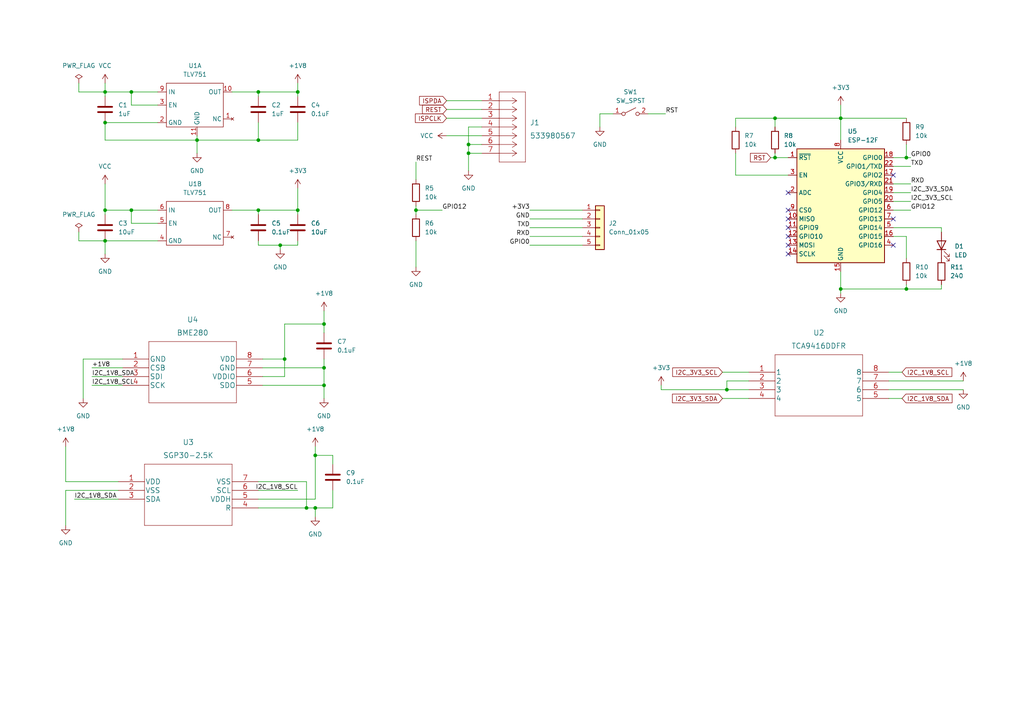
<source format=kicad_sch>
(kicad_sch (version 20211123) (generator eeschema)

  (uuid 580f0d11-0afe-4ceb-8ba9-e381f6a43dae)

  (paper "A4")

  (lib_symbols
    (symbol "Connector_Generic:Conn_01x05" (pin_names (offset 1.016) hide) (in_bom yes) (on_board yes)
      (property "Reference" "J" (id 0) (at 0 7.62 0)
        (effects (font (size 1.27 1.27)))
      )
      (property "Value" "Conn_01x05" (id 1) (at 0 -7.62 0)
        (effects (font (size 1.27 1.27)))
      )
      (property "Footprint" "" (id 2) (at 0 0 0)
        (effects (font (size 1.27 1.27)) hide)
      )
      (property "Datasheet" "~" (id 3) (at 0 0 0)
        (effects (font (size 1.27 1.27)) hide)
      )
      (property "ki_keywords" "connector" (id 4) (at 0 0 0)
        (effects (font (size 1.27 1.27)) hide)
      )
      (property "ki_description" "Generic connector, single row, 01x05, script generated (kicad-library-utils/schlib/autogen/connector/)" (id 5) (at 0 0 0)
        (effects (font (size 1.27 1.27)) hide)
      )
      (property "ki_fp_filters" "Connector*:*_1x??_*" (id 6) (at 0 0 0)
        (effects (font (size 1.27 1.27)) hide)
      )
      (symbol "Conn_01x05_1_1"
        (rectangle (start -1.27 -4.953) (end 0 -5.207)
          (stroke (width 0.1524) (type default) (color 0 0 0 0))
          (fill (type none))
        )
        (rectangle (start -1.27 -2.413) (end 0 -2.667)
          (stroke (width 0.1524) (type default) (color 0 0 0 0))
          (fill (type none))
        )
        (rectangle (start -1.27 0.127) (end 0 -0.127)
          (stroke (width 0.1524) (type default) (color 0 0 0 0))
          (fill (type none))
        )
        (rectangle (start -1.27 2.667) (end 0 2.413)
          (stroke (width 0.1524) (type default) (color 0 0 0 0))
          (fill (type none))
        )
        (rectangle (start -1.27 5.207) (end 0 4.953)
          (stroke (width 0.1524) (type default) (color 0 0 0 0))
          (fill (type none))
        )
        (rectangle (start -1.27 6.35) (end 1.27 -6.35)
          (stroke (width 0.254) (type default) (color 0 0 0 0))
          (fill (type background))
        )
        (pin passive line (at -5.08 5.08 0) (length 3.81)
          (name "Pin_1" (effects (font (size 1.27 1.27))))
          (number "1" (effects (font (size 1.27 1.27))))
        )
        (pin passive line (at -5.08 2.54 0) (length 3.81)
          (name "Pin_2" (effects (font (size 1.27 1.27))))
          (number "2" (effects (font (size 1.27 1.27))))
        )
        (pin passive line (at -5.08 0 0) (length 3.81)
          (name "Pin_3" (effects (font (size 1.27 1.27))))
          (number "3" (effects (font (size 1.27 1.27))))
        )
        (pin passive line (at -5.08 -2.54 0) (length 3.81)
          (name "Pin_4" (effects (font (size 1.27 1.27))))
          (number "4" (effects (font (size 1.27 1.27))))
        )
        (pin passive line (at -5.08 -5.08 0) (length 3.81)
          (name "Pin_5" (effects (font (size 1.27 1.27))))
          (number "5" (effects (font (size 1.27 1.27))))
        )
      )
    )
    (symbol "Custom-Components:533980567" (pin_names (offset 0.254) hide) (in_bom yes) (on_board yes)
      (property "Reference" "J" (id 0) (at 8.89 6.35 0)
        (effects (font (size 1.524 1.524)))
      )
      (property "Value" "533980567" (id 1) (at 10.16 -7.62 0)
        (effects (font (size 1.524 1.524)))
      )
      (property "Footprint" "CON_533980567" (id 2) (at 10.16 -9.144 0)
        (effects (font (size 1.524 1.524)) hide)
      )
      (property "Datasheet" "" (id 3) (at 0 0 0)
        (effects (font (size 1.524 1.524)))
      )
      (property "ki_locked" "" (id 4) (at 0 0 0)
        (effects (font (size 1.27 1.27)))
      )
      (property "ki_fp_filters" "CON_533980567" (id 5) (at 0 0 0)
        (effects (font (size 1.27 1.27)) hide)
      )
      (symbol "533980567_1_1"
        (polyline
          (pts
            (xy 5.08 -17.78)
            (xy 12.7 -17.78)
          )
          (stroke (width 0.127) (type default) (color 0 0 0 0))
          (fill (type none))
        )
        (polyline
          (pts
            (xy 5.08 2.54)
            (xy 5.08 -17.78)
          )
          (stroke (width 0.127) (type default) (color 0 0 0 0))
          (fill (type none))
        )
        (polyline
          (pts
            (xy 10.16 -15.24)
            (xy 5.08 -15.24)
          )
          (stroke (width 0.127) (type default) (color 0 0 0 0))
          (fill (type none))
        )
        (polyline
          (pts
            (xy 10.16 -15.24)
            (xy 8.89 -16.0782)
          )
          (stroke (width 0.127) (type default) (color 0 0 0 0))
          (fill (type none))
        )
        (polyline
          (pts
            (xy 10.16 -15.24)
            (xy 8.89 -14.4018)
          )
          (stroke (width 0.127) (type default) (color 0 0 0 0))
          (fill (type none))
        )
        (polyline
          (pts
            (xy 10.16 -12.7)
            (xy 5.08 -12.7)
          )
          (stroke (width 0.127) (type default) (color 0 0 0 0))
          (fill (type none))
        )
        (polyline
          (pts
            (xy 10.16 -12.7)
            (xy 8.89 -13.5382)
          )
          (stroke (width 0.127) (type default) (color 0 0 0 0))
          (fill (type none))
        )
        (polyline
          (pts
            (xy 10.16 -12.7)
            (xy 8.89 -11.8618)
          )
          (stroke (width 0.127) (type default) (color 0 0 0 0))
          (fill (type none))
        )
        (polyline
          (pts
            (xy 10.16 -10.16)
            (xy 5.08 -10.16)
          )
          (stroke (width 0.127) (type default) (color 0 0 0 0))
          (fill (type none))
        )
        (polyline
          (pts
            (xy 10.16 -10.16)
            (xy 8.89 -10.9982)
          )
          (stroke (width 0.127) (type default) (color 0 0 0 0))
          (fill (type none))
        )
        (polyline
          (pts
            (xy 10.16 -10.16)
            (xy 8.89 -9.3218)
          )
          (stroke (width 0.127) (type default) (color 0 0 0 0))
          (fill (type none))
        )
        (polyline
          (pts
            (xy 10.16 -7.62)
            (xy 5.08 -7.62)
          )
          (stroke (width 0.127) (type default) (color 0 0 0 0))
          (fill (type none))
        )
        (polyline
          (pts
            (xy 10.16 -7.62)
            (xy 8.89 -8.4582)
          )
          (stroke (width 0.127) (type default) (color 0 0 0 0))
          (fill (type none))
        )
        (polyline
          (pts
            (xy 10.16 -7.62)
            (xy 8.89 -6.7818)
          )
          (stroke (width 0.127) (type default) (color 0 0 0 0))
          (fill (type none))
        )
        (polyline
          (pts
            (xy 10.16 -5.08)
            (xy 5.08 -5.08)
          )
          (stroke (width 0.127) (type default) (color 0 0 0 0))
          (fill (type none))
        )
        (polyline
          (pts
            (xy 10.16 -5.08)
            (xy 8.89 -5.9182)
          )
          (stroke (width 0.127) (type default) (color 0 0 0 0))
          (fill (type none))
        )
        (polyline
          (pts
            (xy 10.16 -5.08)
            (xy 8.89 -4.2418)
          )
          (stroke (width 0.127) (type default) (color 0 0 0 0))
          (fill (type none))
        )
        (polyline
          (pts
            (xy 10.16 -2.54)
            (xy 5.08 -2.54)
          )
          (stroke (width 0.127) (type default) (color 0 0 0 0))
          (fill (type none))
        )
        (polyline
          (pts
            (xy 10.16 -2.54)
            (xy 8.89 -3.3782)
          )
          (stroke (width 0.127) (type default) (color 0 0 0 0))
          (fill (type none))
        )
        (polyline
          (pts
            (xy 10.16 -2.54)
            (xy 8.89 -1.7018)
          )
          (stroke (width 0.127) (type default) (color 0 0 0 0))
          (fill (type none))
        )
        (polyline
          (pts
            (xy 10.16 0)
            (xy 5.08 0)
          )
          (stroke (width 0.127) (type default) (color 0 0 0 0))
          (fill (type none))
        )
        (polyline
          (pts
            (xy 10.16 0)
            (xy 8.89 -0.8382)
          )
          (stroke (width 0.127) (type default) (color 0 0 0 0))
          (fill (type none))
        )
        (polyline
          (pts
            (xy 10.16 0)
            (xy 8.89 0.8382)
          )
          (stroke (width 0.127) (type default) (color 0 0 0 0))
          (fill (type none))
        )
        (polyline
          (pts
            (xy 12.7 -17.78)
            (xy 12.7 2.54)
          )
          (stroke (width 0.127) (type default) (color 0 0 0 0))
          (fill (type none))
        )
        (polyline
          (pts
            (xy 12.7 2.54)
            (xy 5.08 2.54)
          )
          (stroke (width 0.127) (type default) (color 0 0 0 0))
          (fill (type none))
        )
        (pin unspecified line (at 0 0 0) (length 5.08)
          (name "1" (effects (font (size 1.4986 1.4986))))
          (number "1" (effects (font (size 1.4986 1.4986))))
        )
        (pin unspecified line (at 0 -2.54 0) (length 5.08)
          (name "2" (effects (font (size 1.4986 1.4986))))
          (number "2" (effects (font (size 1.4986 1.4986))))
        )
        (pin unspecified line (at 0 -5.08 0) (length 5.08)
          (name "3" (effects (font (size 1.4986 1.4986))))
          (number "3" (effects (font (size 1.4986 1.4986))))
        )
        (pin unspecified line (at 0 -7.62 0) (length 5.08)
          (name "4" (effects (font (size 1.4986 1.4986))))
          (number "4" (effects (font (size 1.4986 1.4986))))
        )
        (pin unspecified line (at 0 -10.16 0) (length 5.08)
          (name "5" (effects (font (size 1.4986 1.4986))))
          (number "5" (effects (font (size 1.4986 1.4986))))
        )
        (pin unspecified line (at 0 -12.7 0) (length 5.08)
          (name "6" (effects (font (size 1.4986 1.4986))))
          (number "6" (effects (font (size 1.4986 1.4986))))
        )
        (pin unspecified line (at 0 -15.24 0) (length 5.08)
          (name "7" (effects (font (size 1.4986 1.4986))))
          (number "7" (effects (font (size 1.4986 1.4986))))
        )
      )
    )
    (symbol "Custom-Components:BME280" (pin_names (offset 0.254)) (in_bom yes) (on_board yes)
      (property "Reference" "U" (id 0) (at 20.32 10.16 0)
        (effects (font (size 1.524 1.524)))
      )
      (property "Value" "BME280" (id 1) (at 20.32 7.62 0)
        (effects (font (size 1.524 1.524)))
      )
      (property "Footprint" "DFN8_0p65_2p5SQ_BOS" (id 2) (at 20.32 6.096 0)
        (effects (font (size 1.524 1.524)) hide)
      )
      (property "Datasheet" "" (id 3) (at 0 0 0)
        (effects (font (size 1.524 1.524)))
      )
      (property "ki_locked" "" (id 4) (at 0 0 0)
        (effects (font (size 1.27 1.27)))
      )
      (property "ki_fp_filters" "DFN8_0p65_2p5SQ_BOS" (id 5) (at 0 0 0)
        (effects (font (size 1.27 1.27)) hide)
      )
      (symbol "BME280_1_1"
        (polyline
          (pts
            (xy 7.62 -12.7)
            (xy 33.02 -12.7)
          )
          (stroke (width 0.127) (type default) (color 0 0 0 0))
          (fill (type none))
        )
        (polyline
          (pts
            (xy 7.62 5.08)
            (xy 7.62 -12.7)
          )
          (stroke (width 0.127) (type default) (color 0 0 0 0))
          (fill (type none))
        )
        (polyline
          (pts
            (xy 33.02 -12.7)
            (xy 33.02 5.08)
          )
          (stroke (width 0.127) (type default) (color 0 0 0 0))
          (fill (type none))
        )
        (polyline
          (pts
            (xy 33.02 5.08)
            (xy 7.62 5.08)
          )
          (stroke (width 0.127) (type default) (color 0 0 0 0))
          (fill (type none))
        )
        (pin power_in line (at 0 0 0) (length 7.62)
          (name "GND" (effects (font (size 1.4986 1.4986))))
          (number "1" (effects (font (size 1.4986 1.4986))))
        )
        (pin input line (at 0 -2.54 0) (length 7.62)
          (name "CSB" (effects (font (size 1.4986 1.4986))))
          (number "2" (effects (font (size 1.4986 1.4986))))
        )
        (pin bidirectional line (at 0 -5.08 0) (length 7.62)
          (name "SDI" (effects (font (size 1.4986 1.4986))))
          (number "3" (effects (font (size 1.4986 1.4986))))
        )
        (pin input line (at 0 -7.62 0) (length 7.62)
          (name "SCK" (effects (font (size 1.4986 1.4986))))
          (number "4" (effects (font (size 1.4986 1.4986))))
        )
        (pin bidirectional line (at 40.64 -7.62 180) (length 7.62)
          (name "SDO" (effects (font (size 1.4986 1.4986))))
          (number "5" (effects (font (size 1.4986 1.4986))))
        )
        (pin power_in line (at 40.64 -5.08 180) (length 7.62)
          (name "VDDIO" (effects (font (size 1.4986 1.4986))))
          (number "6" (effects (font (size 1.4986 1.4986))))
        )
        (pin power_in line (at 40.64 -2.54 180) (length 7.62)
          (name "GND" (effects (font (size 1.4986 1.4986))))
          (number "7" (effects (font (size 1.4986 1.4986))))
        )
        (pin power_in line (at 40.64 0 180) (length 7.62)
          (name "VDD" (effects (font (size 1.4986 1.4986))))
          (number "8" (effects (font (size 1.4986 1.4986))))
        )
      )
    )
    (symbol "Custom-Components:SGP30-2.5K" (pin_names (offset 0.254)) (in_bom yes) (on_board yes)
      (property "Reference" "U" (id 0) (at 20.32 10.16 0)
        (effects (font (size 1.524 1.524)))
      )
      (property "Value" "SGP30-2.5K" (id 1) (at 20.32 7.62 0)
        (effects (font (size 1.524 1.524)))
      )
      (property "Footprint" "SGP30-2.5K_SEN" (id 2) (at 20.32 6.096 0)
        (effects (font (size 1.524 1.524)) hide)
      )
      (property "Datasheet" "" (id 3) (at 0 0 0)
        (effects (font (size 1.524 1.524)))
      )
      (property "ki_locked" "" (id 4) (at 0 0 0)
        (effects (font (size 1.27 1.27)))
      )
      (property "ki_fp_filters" "SGP30-2.5K_SEN SGP30-2.5K_SEN-M SGP30-2.5K_SEN-L" (id 5) (at 0 0 0)
        (effects (font (size 1.27 1.27)) hide)
      )
      (symbol "SGP30-2.5K_1_1"
        (polyline
          (pts
            (xy 7.62 -12.7)
            (xy 33.02 -12.7)
          )
          (stroke (width 0.127) (type default) (color 0 0 0 0))
          (fill (type none))
        )
        (polyline
          (pts
            (xy 7.62 5.08)
            (xy 7.62 -12.7)
          )
          (stroke (width 0.127) (type default) (color 0 0 0 0))
          (fill (type none))
        )
        (polyline
          (pts
            (xy 33.02 -12.7)
            (xy 33.02 5.08)
          )
          (stroke (width 0.127) (type default) (color 0 0 0 0))
          (fill (type none))
        )
        (polyline
          (pts
            (xy 33.02 5.08)
            (xy 7.62 5.08)
          )
          (stroke (width 0.127) (type default) (color 0 0 0 0))
          (fill (type none))
        )
        (pin power_in line (at 0 0 0) (length 7.62)
          (name "VDD" (effects (font (size 1.4986 1.4986))))
          (number "1" (effects (font (size 1.4986 1.4986))))
        )
        (pin power_in line (at 0 -2.54 0) (length 7.62)
          (name "VSS" (effects (font (size 1.4986 1.4986))))
          (number "2" (effects (font (size 1.4986 1.4986))))
        )
        (pin bidirectional line (at 0 -5.08 0) (length 7.62)
          (name "SDA" (effects (font (size 1.4986 1.4986))))
          (number "3" (effects (font (size 1.4986 1.4986))))
        )
        (pin power_in line (at 40.64 -7.62 180) (length 7.62)
          (name "R" (effects (font (size 1.4986 1.4986))))
          (number "4" (effects (font (size 1.4986 1.4986))))
        )
        (pin power_in line (at 40.64 -5.08 180) (length 7.62)
          (name "VDDH" (effects (font (size 1.4986 1.4986))))
          (number "5" (effects (font (size 1.4986 1.4986))))
        )
        (pin bidirectional line (at 40.64 -2.54 180) (length 7.62)
          (name "SCL" (effects (font (size 1.4986 1.4986))))
          (number "6" (effects (font (size 1.4986 1.4986))))
        )
        (pin power_in line (at 40.64 0 180) (length 7.62)
          (name "VSS" (effects (font (size 1.4986 1.4986))))
          (number "7" (effects (font (size 1.4986 1.4986))))
        )
      )
    )
    (symbol "Custom-Components:TCA9416DDFR" (pin_names (offset 0.254)) (in_bom yes) (on_board yes)
      (property "Reference" "U" (id 0) (at 20.32 10.16 0)
        (effects (font (size 1.524 1.524)))
      )
      (property "Value" "TCA9416DDFR" (id 1) (at 20.32 7.62 0)
        (effects (font (size 1.524 1.524)))
      )
      (property "Footprint" "SOT_16DDFR_TEX" (id 2) (at 20.32 6.096 0)
        (effects (font (size 1.524 1.524)) hide)
      )
      (property "Datasheet" "" (id 3) (at 0 0 0)
        (effects (font (size 1.524 1.524)))
      )
      (property "ki_locked" "" (id 4) (at 0 0 0)
        (effects (font (size 1.27 1.27)))
      )
      (property "ki_fp_filters" "SOT_16DDFR_TEX SOT_16DDFR_TEX-M SOT_16DDFR_TEX-L" (id 5) (at 0 0 0)
        (effects (font (size 1.27 1.27)) hide)
      )
      (symbol "TCA9416DDFR_1_1"
        (polyline
          (pts
            (xy 7.62 -12.7)
            (xy 33.02 -12.7)
          )
          (stroke (width 0.127) (type default) (color 0 0 0 0))
          (fill (type none))
        )
        (polyline
          (pts
            (xy 7.62 5.08)
            (xy 7.62 -12.7)
          )
          (stroke (width 0.127) (type default) (color 0 0 0 0))
          (fill (type none))
        )
        (polyline
          (pts
            (xy 33.02 -12.7)
            (xy 33.02 5.08)
          )
          (stroke (width 0.127) (type default) (color 0 0 0 0))
          (fill (type none))
        )
        (polyline
          (pts
            (xy 33.02 5.08)
            (xy 7.62 5.08)
          )
          (stroke (width 0.127) (type default) (color 0 0 0 0))
          (fill (type none))
        )
        (pin unspecified line (at 0 0 0) (length 7.62)
          (name "1" (effects (font (size 1.4986 1.4986))))
          (number "1" (effects (font (size 1.4986 1.4986))))
        )
        (pin unspecified line (at 0 -2.54 0) (length 7.62)
          (name "2" (effects (font (size 1.4986 1.4986))))
          (number "2" (effects (font (size 1.4986 1.4986))))
        )
        (pin unspecified line (at 0 -5.08 0) (length 7.62)
          (name "3" (effects (font (size 1.4986 1.4986))))
          (number "3" (effects (font (size 1.4986 1.4986))))
        )
        (pin unspecified line (at 0 -7.62 0) (length 7.62)
          (name "4" (effects (font (size 1.4986 1.4986))))
          (number "4" (effects (font (size 1.4986 1.4986))))
        )
        (pin unspecified line (at 40.64 -7.62 180) (length 7.62)
          (name "5" (effects (font (size 1.4986 1.4986))))
          (number "5" (effects (font (size 1.4986 1.4986))))
        )
        (pin unspecified line (at 40.64 -5.08 180) (length 7.62)
          (name "6" (effects (font (size 1.4986 1.4986))))
          (number "6" (effects (font (size 1.4986 1.4986))))
        )
        (pin unspecified line (at 40.64 -2.54 180) (length 7.62)
          (name "7" (effects (font (size 1.4986 1.4986))))
          (number "7" (effects (font (size 1.4986 1.4986))))
        )
        (pin unspecified line (at 40.64 0 180) (length 7.62)
          (name "8" (effects (font (size 1.4986 1.4986))))
          (number "8" (effects (font (size 1.4986 1.4986))))
        )
      )
    )
    (symbol "Custom-SelfDesignedSymbols:TLV751" (in_bom yes) (on_board yes)
      (property "Reference" "U" (id 0) (at 0 11.43 0)
        (effects (font (size 1.27 1.27)))
      )
      (property "Value" "TLV751" (id 1) (at 1.27 -6.35 0)
        (effects (font (size 1.27 1.27)))
      )
      (property "Footprint" "" (id 2) (at 0 0 0)
        (effects (font (size 1.27 1.27)) hide)
      )
      (property "Datasheet" "" (id 3) (at 0 0 0)
        (effects (font (size 1.27 1.27)) hide)
      )
      (symbol "TLV751_0_1"
        (rectangle (start -8.89 8.89) (end 7.62 -3.81)
          (stroke (width 0) (type default) (color 0 0 0 0))
          (fill (type none))
        )
      )
      (symbol "TLV751_1_1"
        (pin no_connect line (at 10.2605 -1.474 180) (length 2.54)
          (name "NC" (effects (font (size 1.27 1.27))))
          (number "1" (effects (font (size 1.27 1.27))))
        )
        (pin power_out line (at 10.16 6.35 180) (length 2.54)
          (name "OUT" (effects (font (size 1.27 1.27))))
          (number "10" (effects (font (size 1.27 1.27))))
        )
        (pin power_in line (at 0 -6.35 90) (length 2.54)
          (name "GND" (effects (font (size 1.27 1.27))))
          (number "11" (effects (font (size 1.27 1.27))))
        )
        (pin power_in line (at -11.43 -2.54 0) (length 2.54)
          (name "GND" (effects (font (size 1.27 1.27))))
          (number "2" (effects (font (size 1.27 1.27))))
        )
        (pin input line (at -11.43 2.54 0) (length 2.54)
          (name "EN" (effects (font (size 1.27 1.27))))
          (number "3" (effects (font (size 1.27 1.27))))
        )
        (pin power_in line (at -11.43 6.35 0) (length 2.54)
          (name "IN" (effects (font (size 1.27 1.27))))
          (number "9" (effects (font (size 1.27 1.27))))
        )
      )
      (symbol "TLV751_2_1"
        (pin power_in line (at -11.43 -2.54 0) (length 2.54)
          (name "GND" (effects (font (size 1.27 1.27))))
          (number "4" (effects (font (size 1.27 1.27))))
        )
        (pin input line (at -11.43 2.54 0) (length 2.54)
          (name "EN" (effects (font (size 1.27 1.27))))
          (number "5" (effects (font (size 1.27 1.27))))
        )
        (pin power_in line (at -11.43 6.35 0) (length 2.54)
          (name "IN" (effects (font (size 1.27 1.27))))
          (number "6" (effects (font (size 1.27 1.27))))
        )
        (pin no_connect line (at 10.2605 -1.474 180) (length 2.54)
          (name "NC" (effects (font (size 1.27 1.27))))
          (number "7" (effects (font (size 1.27 1.27))))
        )
        (pin power_out line (at 10.16 6.35 180) (length 2.54)
          (name "OUT" (effects (font (size 1.27 1.27))))
          (number "8" (effects (font (size 1.27 1.27))))
        )
      )
    )
    (symbol "Device:C" (pin_numbers hide) (pin_names (offset 0.254)) (in_bom yes) (on_board yes)
      (property "Reference" "C" (id 0) (at 0.635 2.54 0)
        (effects (font (size 1.27 1.27)) (justify left))
      )
      (property "Value" "C" (id 1) (at 0.635 -2.54 0)
        (effects (font (size 1.27 1.27)) (justify left))
      )
      (property "Footprint" "" (id 2) (at 0.9652 -3.81 0)
        (effects (font (size 1.27 1.27)) hide)
      )
      (property "Datasheet" "~" (id 3) (at 0 0 0)
        (effects (font (size 1.27 1.27)) hide)
      )
      (property "ki_keywords" "cap capacitor" (id 4) (at 0 0 0)
        (effects (font (size 1.27 1.27)) hide)
      )
      (property "ki_description" "Unpolarized capacitor" (id 5) (at 0 0 0)
        (effects (font (size 1.27 1.27)) hide)
      )
      (property "ki_fp_filters" "C_*" (id 6) (at 0 0 0)
        (effects (font (size 1.27 1.27)) hide)
      )
      (symbol "C_0_1"
        (polyline
          (pts
            (xy -2.032 -0.762)
            (xy 2.032 -0.762)
          )
          (stroke (width 0.508) (type default) (color 0 0 0 0))
          (fill (type none))
        )
        (polyline
          (pts
            (xy -2.032 0.762)
            (xy 2.032 0.762)
          )
          (stroke (width 0.508) (type default) (color 0 0 0 0))
          (fill (type none))
        )
      )
      (symbol "C_1_1"
        (pin passive line (at 0 3.81 270) (length 2.794)
          (name "~" (effects (font (size 1.27 1.27))))
          (number "1" (effects (font (size 1.27 1.27))))
        )
        (pin passive line (at 0 -3.81 90) (length 2.794)
          (name "~" (effects (font (size 1.27 1.27))))
          (number "2" (effects (font (size 1.27 1.27))))
        )
      )
    )
    (symbol "Device:LED" (pin_numbers hide) (pin_names (offset 1.016) hide) (in_bom yes) (on_board yes)
      (property "Reference" "D" (id 0) (at 0 2.54 0)
        (effects (font (size 1.27 1.27)))
      )
      (property "Value" "LED" (id 1) (at 0 -2.54 0)
        (effects (font (size 1.27 1.27)))
      )
      (property "Footprint" "" (id 2) (at 0 0 0)
        (effects (font (size 1.27 1.27)) hide)
      )
      (property "Datasheet" "~" (id 3) (at 0 0 0)
        (effects (font (size 1.27 1.27)) hide)
      )
      (property "ki_keywords" "LED diode" (id 4) (at 0 0 0)
        (effects (font (size 1.27 1.27)) hide)
      )
      (property "ki_description" "Light emitting diode" (id 5) (at 0 0 0)
        (effects (font (size 1.27 1.27)) hide)
      )
      (property "ki_fp_filters" "LED* LED_SMD:* LED_THT:*" (id 6) (at 0 0 0)
        (effects (font (size 1.27 1.27)) hide)
      )
      (symbol "LED_0_1"
        (polyline
          (pts
            (xy -1.27 -1.27)
            (xy -1.27 1.27)
          )
          (stroke (width 0.254) (type default) (color 0 0 0 0))
          (fill (type none))
        )
        (polyline
          (pts
            (xy -1.27 0)
            (xy 1.27 0)
          )
          (stroke (width 0) (type default) (color 0 0 0 0))
          (fill (type none))
        )
        (polyline
          (pts
            (xy 1.27 -1.27)
            (xy 1.27 1.27)
            (xy -1.27 0)
            (xy 1.27 -1.27)
          )
          (stroke (width 0.254) (type default) (color 0 0 0 0))
          (fill (type none))
        )
        (polyline
          (pts
            (xy -3.048 -0.762)
            (xy -4.572 -2.286)
            (xy -3.81 -2.286)
            (xy -4.572 -2.286)
            (xy -4.572 -1.524)
          )
          (stroke (width 0) (type default) (color 0 0 0 0))
          (fill (type none))
        )
        (polyline
          (pts
            (xy -1.778 -0.762)
            (xy -3.302 -2.286)
            (xy -2.54 -2.286)
            (xy -3.302 -2.286)
            (xy -3.302 -1.524)
          )
          (stroke (width 0) (type default) (color 0 0 0 0))
          (fill (type none))
        )
      )
      (symbol "LED_1_1"
        (pin passive line (at -3.81 0 0) (length 2.54)
          (name "K" (effects (font (size 1.27 1.27))))
          (number "1" (effects (font (size 1.27 1.27))))
        )
        (pin passive line (at 3.81 0 180) (length 2.54)
          (name "A" (effects (font (size 1.27 1.27))))
          (number "2" (effects (font (size 1.27 1.27))))
        )
      )
    )
    (symbol "Device:R" (pin_numbers hide) (pin_names (offset 0)) (in_bom yes) (on_board yes)
      (property "Reference" "R" (id 0) (at 2.032 0 90)
        (effects (font (size 1.27 1.27)))
      )
      (property "Value" "R" (id 1) (at 0 0 90)
        (effects (font (size 1.27 1.27)))
      )
      (property "Footprint" "" (id 2) (at -1.778 0 90)
        (effects (font (size 1.27 1.27)) hide)
      )
      (property "Datasheet" "~" (id 3) (at 0 0 0)
        (effects (font (size 1.27 1.27)) hide)
      )
      (property "ki_keywords" "R res resistor" (id 4) (at 0 0 0)
        (effects (font (size 1.27 1.27)) hide)
      )
      (property "ki_description" "Resistor" (id 5) (at 0 0 0)
        (effects (font (size 1.27 1.27)) hide)
      )
      (property "ki_fp_filters" "R_*" (id 6) (at 0 0 0)
        (effects (font (size 1.27 1.27)) hide)
      )
      (symbol "R_0_1"
        (rectangle (start -1.016 -2.54) (end 1.016 2.54)
          (stroke (width 0.254) (type default) (color 0 0 0 0))
          (fill (type none))
        )
      )
      (symbol "R_1_1"
        (pin passive line (at 0 3.81 270) (length 1.27)
          (name "~" (effects (font (size 1.27 1.27))))
          (number "1" (effects (font (size 1.27 1.27))))
        )
        (pin passive line (at 0 -3.81 90) (length 1.27)
          (name "~" (effects (font (size 1.27 1.27))))
          (number "2" (effects (font (size 1.27 1.27))))
        )
      )
    )
    (symbol "RF_Module:ESP-12F" (in_bom yes) (on_board yes)
      (property "Reference" "U" (id 0) (at -12.7 19.05 0)
        (effects (font (size 1.27 1.27)) (justify left))
      )
      (property "Value" "ESP-12F" (id 1) (at 12.7 19.05 0)
        (effects (font (size 1.27 1.27)) (justify right))
      )
      (property "Footprint" "RF_Module:ESP-12E" (id 2) (at 0 0 0)
        (effects (font (size 1.27 1.27)) hide)
      )
      (property "Datasheet" "http://wiki.ai-thinker.com/_media/esp8266/esp8266_series_modules_user_manual_v1.1.pdf" (id 3) (at -8.89 2.54 0)
        (effects (font (size 1.27 1.27)) hide)
      )
      (property "ki_keywords" "802.11 Wi-Fi" (id 4) (at 0 0 0)
        (effects (font (size 1.27 1.27)) hide)
      )
      (property "ki_description" "802.11 b/g/n Wi-Fi Module" (id 5) (at 0 0 0)
        (effects (font (size 1.27 1.27)) hide)
      )
      (property "ki_fp_filters" "ESP?12*" (id 6) (at 0 0 0)
        (effects (font (size 1.27 1.27)) hide)
      )
      (symbol "ESP-12F_0_1"
        (rectangle (start -12.7 17.78) (end 12.7 -15.24)
          (stroke (width 0.254) (type default) (color 0 0 0 0))
          (fill (type background))
        )
      )
      (symbol "ESP-12F_1_1"
        (pin input line (at -15.24 15.24 0) (length 2.54)
          (name "~{RST}" (effects (font (size 1.27 1.27))))
          (number "1" (effects (font (size 1.27 1.27))))
        )
        (pin bidirectional line (at -15.24 -2.54 0) (length 2.54)
          (name "MISO" (effects (font (size 1.27 1.27))))
          (number "10" (effects (font (size 1.27 1.27))))
        )
        (pin bidirectional line (at -15.24 -5.08 0) (length 2.54)
          (name "GPIO9" (effects (font (size 1.27 1.27))))
          (number "11" (effects (font (size 1.27 1.27))))
        )
        (pin bidirectional line (at -15.24 -7.62 0) (length 2.54)
          (name "GPIO10" (effects (font (size 1.27 1.27))))
          (number "12" (effects (font (size 1.27 1.27))))
        )
        (pin bidirectional line (at -15.24 -10.16 0) (length 2.54)
          (name "MOSI" (effects (font (size 1.27 1.27))))
          (number "13" (effects (font (size 1.27 1.27))))
        )
        (pin bidirectional line (at -15.24 -12.7 0) (length 2.54)
          (name "SCLK" (effects (font (size 1.27 1.27))))
          (number "14" (effects (font (size 1.27 1.27))))
        )
        (pin power_in line (at 0 -17.78 90) (length 2.54)
          (name "GND" (effects (font (size 1.27 1.27))))
          (number "15" (effects (font (size 1.27 1.27))))
        )
        (pin bidirectional line (at 15.24 -7.62 180) (length 2.54)
          (name "GPIO15" (effects (font (size 1.27 1.27))))
          (number "16" (effects (font (size 1.27 1.27))))
        )
        (pin bidirectional line (at 15.24 10.16 180) (length 2.54)
          (name "GPIO2" (effects (font (size 1.27 1.27))))
          (number "17" (effects (font (size 1.27 1.27))))
        )
        (pin bidirectional line (at 15.24 15.24 180) (length 2.54)
          (name "GPIO0" (effects (font (size 1.27 1.27))))
          (number "18" (effects (font (size 1.27 1.27))))
        )
        (pin bidirectional line (at 15.24 5.08 180) (length 2.54)
          (name "GPIO4" (effects (font (size 1.27 1.27))))
          (number "19" (effects (font (size 1.27 1.27))))
        )
        (pin input line (at -15.24 5.08 0) (length 2.54)
          (name "ADC" (effects (font (size 1.27 1.27))))
          (number "2" (effects (font (size 1.27 1.27))))
        )
        (pin bidirectional line (at 15.24 2.54 180) (length 2.54)
          (name "GPIO5" (effects (font (size 1.27 1.27))))
          (number "20" (effects (font (size 1.27 1.27))))
        )
        (pin bidirectional line (at 15.24 7.62 180) (length 2.54)
          (name "GPIO3/RXD" (effects (font (size 1.27 1.27))))
          (number "21" (effects (font (size 1.27 1.27))))
        )
        (pin bidirectional line (at 15.24 12.7 180) (length 2.54)
          (name "GPIO1/TXD" (effects (font (size 1.27 1.27))))
          (number "22" (effects (font (size 1.27 1.27))))
        )
        (pin input line (at -15.24 10.16 0) (length 2.54)
          (name "EN" (effects (font (size 1.27 1.27))))
          (number "3" (effects (font (size 1.27 1.27))))
        )
        (pin bidirectional line (at 15.24 -10.16 180) (length 2.54)
          (name "GPIO16" (effects (font (size 1.27 1.27))))
          (number "4" (effects (font (size 1.27 1.27))))
        )
        (pin bidirectional line (at 15.24 -5.08 180) (length 2.54)
          (name "GPIO14" (effects (font (size 1.27 1.27))))
          (number "5" (effects (font (size 1.27 1.27))))
        )
        (pin bidirectional line (at 15.24 0 180) (length 2.54)
          (name "GPIO12" (effects (font (size 1.27 1.27))))
          (number "6" (effects (font (size 1.27 1.27))))
        )
        (pin bidirectional line (at 15.24 -2.54 180) (length 2.54)
          (name "GPIO13" (effects (font (size 1.27 1.27))))
          (number "7" (effects (font (size 1.27 1.27))))
        )
        (pin power_in line (at 0 20.32 270) (length 2.54)
          (name "VCC" (effects (font (size 1.27 1.27))))
          (number "8" (effects (font (size 1.27 1.27))))
        )
        (pin input line (at -15.24 0 0) (length 2.54)
          (name "CS0" (effects (font (size 1.27 1.27))))
          (number "9" (effects (font (size 1.27 1.27))))
        )
      )
    )
    (symbol "Switch:SW_SPST" (pin_names (offset 0) hide) (in_bom yes) (on_board yes)
      (property "Reference" "SW" (id 0) (at 0 3.175 0)
        (effects (font (size 1.27 1.27)))
      )
      (property "Value" "SW_SPST" (id 1) (at 0 -2.54 0)
        (effects (font (size 1.27 1.27)))
      )
      (property "Footprint" "" (id 2) (at 0 0 0)
        (effects (font (size 1.27 1.27)) hide)
      )
      (property "Datasheet" "~" (id 3) (at 0 0 0)
        (effects (font (size 1.27 1.27)) hide)
      )
      (property "ki_keywords" "switch lever" (id 4) (at 0 0 0)
        (effects (font (size 1.27 1.27)) hide)
      )
      (property "ki_description" "Single Pole Single Throw (SPST) switch" (id 5) (at 0 0 0)
        (effects (font (size 1.27 1.27)) hide)
      )
      (symbol "SW_SPST_0_0"
        (circle (center -2.032 0) (radius 0.508)
          (stroke (width 0) (type default) (color 0 0 0 0))
          (fill (type none))
        )
        (polyline
          (pts
            (xy -1.524 0.254)
            (xy 1.524 1.778)
          )
          (stroke (width 0) (type default) (color 0 0 0 0))
          (fill (type none))
        )
        (circle (center 2.032 0) (radius 0.508)
          (stroke (width 0) (type default) (color 0 0 0 0))
          (fill (type none))
        )
      )
      (symbol "SW_SPST_1_1"
        (pin passive line (at -5.08 0 0) (length 2.54)
          (name "A" (effects (font (size 1.27 1.27))))
          (number "1" (effects (font (size 1.27 1.27))))
        )
        (pin passive line (at 5.08 0 180) (length 2.54)
          (name "B" (effects (font (size 1.27 1.27))))
          (number "2" (effects (font (size 1.27 1.27))))
        )
      )
    )
    (symbol "TLV751_1" (in_bom yes) (on_board yes)
      (property "Reference" "U" (id 0) (at 0 11.43 0)
        (effects (font (size 1.27 1.27)))
      )
      (property "Value" "TLV751_1" (id 1) (at 1.27 -6.35 0)
        (effects (font (size 1.27 1.27)))
      )
      (property "Footprint" "" (id 2) (at 0 0 0)
        (effects (font (size 1.27 1.27)) hide)
      )
      (property "Datasheet" "" (id 3) (at 0 0 0)
        (effects (font (size 1.27 1.27)) hide)
      )
      (symbol "TLV751_1_0_1"
        (rectangle (start -8.89 8.89) (end 7.62 -3.81)
          (stroke (width 0) (type default) (color 0 0 0 0))
          (fill (type none))
        )
      )
      (symbol "TLV751_1_1_1"
        (pin no_connect line (at 10.2605 -1.474 180) (length 2.54)
          (name "NC" (effects (font (size 1.27 1.27))))
          (number "1" (effects (font (size 1.27 1.27))))
        )
        (pin power_out line (at 10.16 6.35 180) (length 2.54)
          (name "OUT" (effects (font (size 1.27 1.27))))
          (number "10" (effects (font (size 1.27 1.27))))
        )
        (pin power_in line (at 0 -6.35 90) (length 2.54)
          (name "GND" (effects (font (size 1.27 1.27))))
          (number "11" (effects (font (size 1.27 1.27))))
        )
        (pin power_in line (at -11.43 -2.54 0) (length 2.54)
          (name "GND" (effects (font (size 1.27 1.27))))
          (number "2" (effects (font (size 1.27 1.27))))
        )
        (pin input line (at -11.43 2.54 0) (length 2.54)
          (name "EN" (effects (font (size 1.27 1.27))))
          (number "3" (effects (font (size 1.27 1.27))))
        )
        (pin power_in line (at -11.43 6.35 0) (length 2.54)
          (name "IN" (effects (font (size 1.27 1.27))))
          (number "9" (effects (font (size 1.27 1.27))))
        )
      )
      (symbol "TLV751_1_2_1"
        (pin power_in line (at -11.43 -2.54 0) (length 2.54)
          (name "GND" (effects (font (size 1.27 1.27))))
          (number "4" (effects (font (size 1.27 1.27))))
        )
        (pin input line (at -11.43 2.54 0) (length 2.54)
          (name "EN" (effects (font (size 1.27 1.27))))
          (number "5" (effects (font (size 1.27 1.27))))
        )
        (pin power_in line (at -11.43 6.35 0) (length 2.54)
          (name "IN" (effects (font (size 1.27 1.27))))
          (number "6" (effects (font (size 1.27 1.27))))
        )
        (pin no_connect line (at 10.2605 -1.474 180) (length 2.54)
          (name "NC" (effects (font (size 1.27 1.27))))
          (number "7" (effects (font (size 1.27 1.27))))
        )
        (pin power_out line (at 10.16 6.35 180) (length 2.54)
          (name "OUT" (effects (font (size 1.27 1.27))))
          (number "8" (effects (font (size 1.27 1.27))))
        )
      )
    )
    (symbol "power:+1V8" (power) (pin_names (offset 0)) (in_bom yes) (on_board yes)
      (property "Reference" "#PWR" (id 0) (at 0 -3.81 0)
        (effects (font (size 1.27 1.27)) hide)
      )
      (property "Value" "+1V8" (id 1) (at 0 3.556 0)
        (effects (font (size 1.27 1.27)))
      )
      (property "Footprint" "" (id 2) (at 0 0 0)
        (effects (font (size 1.27 1.27)) hide)
      )
      (property "Datasheet" "" (id 3) (at 0 0 0)
        (effects (font (size 1.27 1.27)) hide)
      )
      (property "ki_keywords" "power-flag" (id 4) (at 0 0 0)
        (effects (font (size 1.27 1.27)) hide)
      )
      (property "ki_description" "Power symbol creates a global label with name \"+1V8\"" (id 5) (at 0 0 0)
        (effects (font (size 1.27 1.27)) hide)
      )
      (symbol "+1V8_0_1"
        (polyline
          (pts
            (xy -0.762 1.27)
            (xy 0 2.54)
          )
          (stroke (width 0) (type default) (color 0 0 0 0))
          (fill (type none))
        )
        (polyline
          (pts
            (xy 0 0)
            (xy 0 2.54)
          )
          (stroke (width 0) (type default) (color 0 0 0 0))
          (fill (type none))
        )
        (polyline
          (pts
            (xy 0 2.54)
            (xy 0.762 1.27)
          )
          (stroke (width 0) (type default) (color 0 0 0 0))
          (fill (type none))
        )
      )
      (symbol "+1V8_1_1"
        (pin power_in line (at 0 0 90) (length 0) hide
          (name "+1V8" (effects (font (size 1.27 1.27))))
          (number "1" (effects (font (size 1.27 1.27))))
        )
      )
    )
    (symbol "power:+3V3" (power) (pin_names (offset 0)) (in_bom yes) (on_board yes)
      (property "Reference" "#PWR" (id 0) (at 0 -3.81 0)
        (effects (font (size 1.27 1.27)) hide)
      )
      (property "Value" "+3V3" (id 1) (at 0 3.556 0)
        (effects (font (size 1.27 1.27)))
      )
      (property "Footprint" "" (id 2) (at 0 0 0)
        (effects (font (size 1.27 1.27)) hide)
      )
      (property "Datasheet" "" (id 3) (at 0 0 0)
        (effects (font (size 1.27 1.27)) hide)
      )
      (property "ki_keywords" "power-flag" (id 4) (at 0 0 0)
        (effects (font (size 1.27 1.27)) hide)
      )
      (property "ki_description" "Power symbol creates a global label with name \"+3V3\"" (id 5) (at 0 0 0)
        (effects (font (size 1.27 1.27)) hide)
      )
      (symbol "+3V3_0_1"
        (polyline
          (pts
            (xy -0.762 1.27)
            (xy 0 2.54)
          )
          (stroke (width 0) (type default) (color 0 0 0 0))
          (fill (type none))
        )
        (polyline
          (pts
            (xy 0 0)
            (xy 0 2.54)
          )
          (stroke (width 0) (type default) (color 0 0 0 0))
          (fill (type none))
        )
        (polyline
          (pts
            (xy 0 2.54)
            (xy 0.762 1.27)
          )
          (stroke (width 0) (type default) (color 0 0 0 0))
          (fill (type none))
        )
      )
      (symbol "+3V3_1_1"
        (pin power_in line (at 0 0 90) (length 0) hide
          (name "+3V3" (effects (font (size 1.27 1.27))))
          (number "1" (effects (font (size 1.27 1.27))))
        )
      )
    )
    (symbol "power:GND" (power) (pin_names (offset 0)) (in_bom yes) (on_board yes)
      (property "Reference" "#PWR" (id 0) (at 0 -6.35 0)
        (effects (font (size 1.27 1.27)) hide)
      )
      (property "Value" "GND" (id 1) (at 0 -3.81 0)
        (effects (font (size 1.27 1.27)))
      )
      (property "Footprint" "" (id 2) (at 0 0 0)
        (effects (font (size 1.27 1.27)) hide)
      )
      (property "Datasheet" "" (id 3) (at 0 0 0)
        (effects (font (size 1.27 1.27)) hide)
      )
      (property "ki_keywords" "power-flag" (id 4) (at 0 0 0)
        (effects (font (size 1.27 1.27)) hide)
      )
      (property "ki_description" "Power symbol creates a global label with name \"GND\" , ground" (id 5) (at 0 0 0)
        (effects (font (size 1.27 1.27)) hide)
      )
      (symbol "GND_0_1"
        (polyline
          (pts
            (xy 0 0)
            (xy 0 -1.27)
            (xy 1.27 -1.27)
            (xy 0 -2.54)
            (xy -1.27 -1.27)
            (xy 0 -1.27)
          )
          (stroke (width 0) (type default) (color 0 0 0 0))
          (fill (type none))
        )
      )
      (symbol "GND_1_1"
        (pin power_in line (at 0 0 270) (length 0) hide
          (name "GND" (effects (font (size 1.27 1.27))))
          (number "1" (effects (font (size 1.27 1.27))))
        )
      )
    )
    (symbol "power:PWR_FLAG" (power) (pin_numbers hide) (pin_names (offset 0) hide) (in_bom yes) (on_board yes)
      (property "Reference" "#FLG" (id 0) (at 0 1.905 0)
        (effects (font (size 1.27 1.27)) hide)
      )
      (property "Value" "PWR_FLAG" (id 1) (at 0 3.81 0)
        (effects (font (size 1.27 1.27)))
      )
      (property "Footprint" "" (id 2) (at 0 0 0)
        (effects (font (size 1.27 1.27)) hide)
      )
      (property "Datasheet" "~" (id 3) (at 0 0 0)
        (effects (font (size 1.27 1.27)) hide)
      )
      (property "ki_keywords" "power-flag" (id 4) (at 0 0 0)
        (effects (font (size 1.27 1.27)) hide)
      )
      (property "ki_description" "Special symbol for telling ERC where power comes from" (id 5) (at 0 0 0)
        (effects (font (size 1.27 1.27)) hide)
      )
      (symbol "PWR_FLAG_0_0"
        (pin power_out line (at 0 0 90) (length 0)
          (name "pwr" (effects (font (size 1.27 1.27))))
          (number "1" (effects (font (size 1.27 1.27))))
        )
      )
      (symbol "PWR_FLAG_0_1"
        (polyline
          (pts
            (xy 0 0)
            (xy 0 1.27)
            (xy -1.016 1.905)
            (xy 0 2.54)
            (xy 1.016 1.905)
            (xy 0 1.27)
          )
          (stroke (width 0) (type default) (color 0 0 0 0))
          (fill (type none))
        )
      )
    )
    (symbol "power:VCC" (power) (pin_names (offset 0)) (in_bom yes) (on_board yes)
      (property "Reference" "#PWR" (id 0) (at 0 -3.81 0)
        (effects (font (size 1.27 1.27)) hide)
      )
      (property "Value" "VCC" (id 1) (at 0 3.81 0)
        (effects (font (size 1.27 1.27)))
      )
      (property "Footprint" "" (id 2) (at 0 0 0)
        (effects (font (size 1.27 1.27)) hide)
      )
      (property "Datasheet" "" (id 3) (at 0 0 0)
        (effects (font (size 1.27 1.27)) hide)
      )
      (property "ki_keywords" "power-flag" (id 4) (at 0 0 0)
        (effects (font (size 1.27 1.27)) hide)
      )
      (property "ki_description" "Power symbol creates a global label with name \"VCC\"" (id 5) (at 0 0 0)
        (effects (font (size 1.27 1.27)) hide)
      )
      (symbol "VCC_0_1"
        (polyline
          (pts
            (xy -0.762 1.27)
            (xy 0 2.54)
          )
          (stroke (width 0) (type default) (color 0 0 0 0))
          (fill (type none))
        )
        (polyline
          (pts
            (xy 0 0)
            (xy 0 2.54)
          )
          (stroke (width 0) (type default) (color 0 0 0 0))
          (fill (type none))
        )
        (polyline
          (pts
            (xy 0 2.54)
            (xy 0.762 1.27)
          )
          (stroke (width 0) (type default) (color 0 0 0 0))
          (fill (type none))
        )
      )
      (symbol "VCC_1_1"
        (pin power_in line (at 0 0 90) (length 0) hide
          (name "VCC" (effects (font (size 1.27 1.27))))
          (number "1" (effects (font (size 1.27 1.27))))
        )
      )
    )
  )


  (junction (at 91.44 132.08) (diameter 0) (color 0 0 0 0)
    (uuid 05cefc1c-2e0f-4afc-aca8-0b13e039e821)
  )
  (junction (at 224.79 45.72) (diameter 0) (color 0 0 0 0)
    (uuid 0c7d4ade-cda1-4bc6-9f0d-c243d875691d)
  )
  (junction (at 30.48 60.96) (diameter 0) (color 0 0 0 0)
    (uuid 118b157c-9e38-48c4-8d54-a7a755c7f5bc)
  )
  (junction (at 86.36 26.67) (diameter 0) (color 0 0 0 0)
    (uuid 26a7e3de-c0d5-408a-a41b-3276eeba32f3)
  )
  (junction (at 210.82 113.03) (diameter 0) (color 0 0 0 0)
    (uuid 26cd3339-ff54-4b84-97dc-9c8d4b9fff13)
  )
  (junction (at 38.1 26.67) (diameter 0) (color 0 0 0 0)
    (uuid 2b405395-a0c7-46de-8f25-46bd06dce78f)
  )
  (junction (at 135.89 44.45) (diameter 0) (color 0 0 0 0)
    (uuid 31b8b5e2-50c2-4519-9627-52b6681f0387)
  )
  (junction (at 81.28 71.12) (diameter 0) (color 0 0 0 0)
    (uuid 4225959e-6d3c-4d8d-b66f-3ab4d26a6813)
  )
  (junction (at 82.55 104.14) (diameter 0) (color 0 0 0 0)
    (uuid 4625a2a8-061b-4ab6-815d-23b9bd9aba91)
  )
  (junction (at 224.79 34.29) (diameter 0) (color 0 0 0 0)
    (uuid 48a67aa4-1446-400a-8ff3-40cdf75161b6)
  )
  (junction (at 30.48 69.85) (diameter 0) (color 0 0 0 0)
    (uuid 4bce63b0-2d6c-41c9-9bb5-cce69547dda7)
  )
  (junction (at 93.98 93.98) (diameter 0) (color 0 0 0 0)
    (uuid 598884c1-fb88-4e05-8094-8e395e9e6781)
  )
  (junction (at 57.15 40.64) (diameter 0) (color 0 0 0 0)
    (uuid 6c4a448c-5460-4c33-b56a-8027802f2366)
  )
  (junction (at 243.84 83.82) (diameter 0) (color 0 0 0 0)
    (uuid 7658ff0d-fe11-4b42-aaeb-1cda0690e31e)
  )
  (junction (at 74.93 60.96) (diameter 0) (color 0 0 0 0)
    (uuid 791298e0-b9de-43d1-9359-b20c118522e4)
  )
  (junction (at 86.36 60.96) (diameter 0) (color 0 0 0 0)
    (uuid 7fbf35ac-fe9b-4181-9249-86b7c004fd16)
  )
  (junction (at 88.9 147.32) (diameter 0) (color 0 0 0 0)
    (uuid 907bc20d-4d7e-4925-af90-e090f4665819)
  )
  (junction (at 91.44 147.32) (diameter 0) (color 0 0 0 0)
    (uuid a5262d9e-191b-4257-b4da-675c1f298286)
  )
  (junction (at 243.84 34.29) (diameter 0) (color 0 0 0 0)
    (uuid ad223bc0-a2a5-4032-8e53-4986991ab541)
  )
  (junction (at 262.89 45.72) (diameter 0) (color 0 0 0 0)
    (uuid b27aebc5-9cd9-4d7a-bce3-3399e12c2d32)
  )
  (junction (at 30.48 35.56) (diameter 0) (color 0 0 0 0)
    (uuid b6d9fb13-6e70-4d5c-affb-e6473bab65c2)
  )
  (junction (at 74.93 26.67) (diameter 0) (color 0 0 0 0)
    (uuid bf7ad29a-7158-4910-9359-f178ee405d7f)
  )
  (junction (at 93.98 111.76) (diameter 0) (color 0 0 0 0)
    (uuid c8d8a582-0f0f-479c-b6c5-79a1a3c20dc6)
  )
  (junction (at 38.1 60.96) (diameter 0) (color 0 0 0 0)
    (uuid c9c3576d-dbcd-461b-aa49-939b3e346a33)
  )
  (junction (at 93.98 106.68) (diameter 0) (color 0 0 0 0)
    (uuid ca8f2895-7900-453b-bb93-2d74a5f9f7f3)
  )
  (junction (at 30.48 26.67) (diameter 0) (color 0 0 0 0)
    (uuid deb668bc-0466-475a-bc20-0b09fafc1d90)
  )
  (junction (at 74.93 40.64) (diameter 0) (color 0 0 0 0)
    (uuid f8f27ad4-ce71-4fdf-b158-8b8a795c2bbf)
  )
  (junction (at 135.89 41.91) (diameter 0) (color 0 0 0 0)
    (uuid f954eb73-1a55-4ba2-924b-b125e4cf97cc)
  )
  (junction (at 120.65 60.96) (diameter 0) (color 0 0 0 0)
    (uuid faa0e96d-c88f-4e84-a943-b29ce955f996)
  )
  (junction (at 262.89 83.82) (diameter 0) (color 0 0 0 0)
    (uuid ffe84fe4-588f-4ec4-8a17-6e8393a4c0b3)
  )

  (no_connect (at 259.08 71.12) (uuid beb1c14b-d24d-4235-ba8c-baf5d138da03))
  (no_connect (at 228.6 68.58) (uuid beb1c14b-d24d-4235-ba8c-baf5d138da04))
  (no_connect (at 228.6 66.04) (uuid beb1c14b-d24d-4235-ba8c-baf5d138da05))
  (no_connect (at 228.6 73.66) (uuid beb1c14b-d24d-4235-ba8c-baf5d138da06))
  (no_connect (at 228.6 71.12) (uuid beb1c14b-d24d-4235-ba8c-baf5d138da07))
  (no_connect (at 259.08 63.5) (uuid beb1c14b-d24d-4235-ba8c-baf5d138da08))
  (no_connect (at 228.6 60.96) (uuid beb1c14b-d24d-4235-ba8c-baf5d138da09))
  (no_connect (at 228.6 63.5) (uuid beb1c14b-d24d-4235-ba8c-baf5d138da0a))
  (no_connect (at 228.6 55.88) (uuid beb1c14b-d24d-4235-ba8c-baf5d138da0b))
  (no_connect (at 259.08 50.8) (uuid beb1c14b-d24d-4235-ba8c-baf5d138da0c))

  (wire (pts (xy 76.2 106.68) (xy 93.98 106.68))
    (stroke (width 0) (type default) (color 0 0 0 0))
    (uuid 03e41e82-ac70-4c5d-a740-1efc1c559499)
  )
  (wire (pts (xy 86.36 60.96) (xy 86.36 62.23))
    (stroke (width 0) (type default) (color 0 0 0 0))
    (uuid 047a0abf-0a6a-45a5-ac50-96fb58e37933)
  )
  (wire (pts (xy 45.72 60.96) (xy 38.1 60.96))
    (stroke (width 0) (type default) (color 0 0 0 0))
    (uuid 07a671a5-8362-4c61-8c40-13116d24913f)
  )
  (wire (pts (xy 57.15 40.64) (xy 57.15 44.45))
    (stroke (width 0) (type default) (color 0 0 0 0))
    (uuid 0b6858c7-18d9-4630-b045-e2c02b899fe6)
  )
  (wire (pts (xy 262.89 68.58) (xy 262.89 74.93))
    (stroke (width 0) (type default) (color 0 0 0 0))
    (uuid 0c33d3d5-c1c7-4f75-88bc-8a8276c62cda)
  )
  (wire (pts (xy 22.86 69.85) (xy 22.86 67.31))
    (stroke (width 0) (type default) (color 0 0 0 0))
    (uuid 0c69f79d-21e4-46a8-9161-ed36bf3434f2)
  )
  (wire (pts (xy 74.93 35.56) (xy 74.93 40.64))
    (stroke (width 0) (type default) (color 0 0 0 0))
    (uuid 0ca671b9-6c90-4a0e-a7d2-e22ffb9257eb)
  )
  (wire (pts (xy 153.67 66.04) (xy 168.91 66.04))
    (stroke (width 0) (type default) (color 0 0 0 0))
    (uuid 118d1860-d9c5-4655-b65f-be181d472458)
  )
  (wire (pts (xy 93.98 111.76) (xy 93.98 106.68))
    (stroke (width 0) (type default) (color 0 0 0 0))
    (uuid 11faa35c-55c1-4e53-ba05-ed4a7c4e574f)
  )
  (wire (pts (xy 76.2 109.22) (xy 82.55 109.22))
    (stroke (width 0) (type default) (color 0 0 0 0))
    (uuid 15a0dc16-9d2d-4ea8-8447-d11cf39ddb48)
  )
  (wire (pts (xy 257.81 113.03) (xy 279.4 113.03))
    (stroke (width 0) (type default) (color 0 0 0 0))
    (uuid 166235b4-4334-43ac-8df3-d6be26150b28)
  )
  (wire (pts (xy 273.05 66.04) (xy 273.05 67.31))
    (stroke (width 0) (type default) (color 0 0 0 0))
    (uuid 17427593-7058-43fb-813f-6442c5a2344d)
  )
  (wire (pts (xy 86.36 24.13) (xy 86.36 26.67))
    (stroke (width 0) (type default) (color 0 0 0 0))
    (uuid 178e63dc-8c61-45ad-8573-4e350e811e6f)
  )
  (wire (pts (xy 26.67 111.76) (xy 35.56 111.76))
    (stroke (width 0) (type default) (color 0 0 0 0))
    (uuid 1dff5700-d7f5-4091-bc41-bb50bffcdd1f)
  )
  (wire (pts (xy 91.44 144.78) (xy 91.44 132.08))
    (stroke (width 0) (type default) (color 0 0 0 0))
    (uuid 1fc7c52b-f38f-41f2-80a8-d1a997dae3df)
  )
  (wire (pts (xy 177.8 33.02) (xy 173.99 33.02))
    (stroke (width 0) (type default) (color 0 0 0 0))
    (uuid 227d8a63-fc6a-4fe9-9c47-3f2b81028ffe)
  )
  (wire (pts (xy 139.7 41.91) (xy 135.89 41.91))
    (stroke (width 0) (type default) (color 0 0 0 0))
    (uuid 232563af-9ce6-4971-8f71-69b646a9506d)
  )
  (wire (pts (xy 93.98 104.14) (xy 93.98 106.68))
    (stroke (width 0) (type default) (color 0 0 0 0))
    (uuid 25ce654f-4eb2-46e1-994b-7880d359fb12)
  )
  (wire (pts (xy 38.1 30.48) (xy 38.1 26.67))
    (stroke (width 0) (type default) (color 0 0 0 0))
    (uuid 262d998b-935a-4c01-b74c-179ba86ca25f)
  )
  (wire (pts (xy 30.48 40.64) (xy 30.48 35.56))
    (stroke (width 0) (type default) (color 0 0 0 0))
    (uuid 28485991-f409-42c2-97ab-f485e1f886f5)
  )
  (wire (pts (xy 86.36 71.12) (xy 81.28 71.12))
    (stroke (width 0) (type default) (color 0 0 0 0))
    (uuid 2a9ce5cd-2baf-416a-9d14-81ac1ca81cb9)
  )
  (wire (pts (xy 91.44 132.08) (xy 91.44 129.54))
    (stroke (width 0) (type default) (color 0 0 0 0))
    (uuid 2b7e905c-6ed0-4d68-a061-45ba437dda07)
  )
  (wire (pts (xy 74.93 147.32) (xy 88.9 147.32))
    (stroke (width 0) (type default) (color 0 0 0 0))
    (uuid 2d9d6e6f-71f5-457a-bae0-ab81bf7675e1)
  )
  (wire (pts (xy 228.6 50.8) (xy 213.36 50.8))
    (stroke (width 0) (type default) (color 0 0 0 0))
    (uuid 2e1c432d-dac7-45f2-8789-6e52ad336fc5)
  )
  (wire (pts (xy 30.48 26.67) (xy 38.1 26.67))
    (stroke (width 0) (type default) (color 0 0 0 0))
    (uuid 2ee5695a-997b-4e84-91f6-7fdd3a784e65)
  )
  (wire (pts (xy 93.98 90.17) (xy 93.98 93.98))
    (stroke (width 0) (type default) (color 0 0 0 0))
    (uuid 31ba79f2-5dd7-4335-bd48-8a9a078b443d)
  )
  (wire (pts (xy 88.9 139.7) (xy 88.9 147.32))
    (stroke (width 0) (type default) (color 0 0 0 0))
    (uuid 341aa8f5-6ff7-4727-9434-58a52c7c5815)
  )
  (wire (pts (xy 74.93 60.96) (xy 74.93 62.23))
    (stroke (width 0) (type default) (color 0 0 0 0))
    (uuid 3872c671-9b71-4f25-b73d-772575958724)
  )
  (wire (pts (xy 135.89 44.45) (xy 139.7 44.45))
    (stroke (width 0) (type default) (color 0 0 0 0))
    (uuid 39da0573-af8b-4d72-be83-cd4c4c92395c)
  )
  (wire (pts (xy 57.15 40.64) (xy 30.48 40.64))
    (stroke (width 0) (type default) (color 0 0 0 0))
    (uuid 39f862b2-7a21-4d02-ad4a-b5d434d455c5)
  )
  (wire (pts (xy 243.84 83.82) (xy 243.84 85.09))
    (stroke (width 0) (type default) (color 0 0 0 0))
    (uuid 3d53e85f-dd9d-4542-b86e-1bf5f07e4aad)
  )
  (wire (pts (xy 191.77 113.03) (xy 191.77 111.76))
    (stroke (width 0) (type default) (color 0 0 0 0))
    (uuid 404c8fa7-cb82-48ba-80b2-f3e2b41adf25)
  )
  (wire (pts (xy 120.65 46.99) (xy 120.65 52.07))
    (stroke (width 0) (type default) (color 0 0 0 0))
    (uuid 42f24afa-c218-4fb2-9aed-60d0fca3c892)
  )
  (wire (pts (xy 153.67 60.96) (xy 168.91 60.96))
    (stroke (width 0) (type default) (color 0 0 0 0))
    (uuid 4425d026-5ec5-4e0a-bb93-861e9fc12cb1)
  )
  (wire (pts (xy 93.98 93.98) (xy 82.55 93.98))
    (stroke (width 0) (type default) (color 0 0 0 0))
    (uuid 446a3619-956c-4e06-9336-7cc0d167b4b2)
  )
  (wire (pts (xy 135.89 44.45) (xy 135.89 49.53))
    (stroke (width 0) (type default) (color 0 0 0 0))
    (uuid 449f8dfd-8d6d-4e15-b33f-4299d3d86930)
  )
  (wire (pts (xy 96.52 142.24) (xy 96.52 147.32))
    (stroke (width 0) (type default) (color 0 0 0 0))
    (uuid 452af306-b2c2-4e78-8fa4-5e60c4eb2ccc)
  )
  (wire (pts (xy 153.67 63.5) (xy 168.91 63.5))
    (stroke (width 0) (type default) (color 0 0 0 0))
    (uuid 45e2e400-2bdd-4445-ad8d-cb6a537ef77d)
  )
  (wire (pts (xy 224.79 34.29) (xy 224.79 36.83))
    (stroke (width 0) (type default) (color 0 0 0 0))
    (uuid 4b1d1352-c426-455e-93f2-055ce2b6226d)
  )
  (wire (pts (xy 191.77 113.03) (xy 210.82 113.03))
    (stroke (width 0) (type default) (color 0 0 0 0))
    (uuid 4f48ee5a-54f3-428d-a650-666cbedb9fa4)
  )
  (wire (pts (xy 135.89 36.83) (xy 139.7 36.83))
    (stroke (width 0) (type default) (color 0 0 0 0))
    (uuid 4fe31bcf-ff42-46e7-abba-b0d2c55815d8)
  )
  (wire (pts (xy 57.15 40.64) (xy 74.93 40.64))
    (stroke (width 0) (type default) (color 0 0 0 0))
    (uuid 50a64b0a-fe8e-4501-8599-389779712f97)
  )
  (wire (pts (xy 19.05 129.54) (xy 19.05 139.7))
    (stroke (width 0) (type default) (color 0 0 0 0))
    (uuid 53e11236-51b5-43e6-b789-f94db4f47629)
  )
  (wire (pts (xy 259.08 55.88) (xy 264.16 55.88))
    (stroke (width 0) (type default) (color 0 0 0 0))
    (uuid 54ae576e-9e32-4188-8d20-ad253ec64a6c)
  )
  (wire (pts (xy 38.1 26.67) (xy 45.72 26.67))
    (stroke (width 0) (type default) (color 0 0 0 0))
    (uuid 5732c830-7daa-44d8-a1bc-8864c38d7c18)
  )
  (wire (pts (xy 224.79 45.72) (xy 224.79 44.45))
    (stroke (width 0) (type default) (color 0 0 0 0))
    (uuid 586d70bf-4ef6-4cd3-9f24-60502fd56764)
  )
  (wire (pts (xy 223.52 45.72) (xy 224.79 45.72))
    (stroke (width 0) (type default) (color 0 0 0 0))
    (uuid 5906236e-4383-4cb9-8118-c95f9ae6e180)
  )
  (wire (pts (xy 86.36 27.94) (xy 86.36 26.67))
    (stroke (width 0) (type default) (color 0 0 0 0))
    (uuid 5bb0be9d-7880-447e-a59b-88dddb7e8ea9)
  )
  (wire (pts (xy 74.93 60.96) (xy 86.36 60.96))
    (stroke (width 0) (type default) (color 0 0 0 0))
    (uuid 5caa81ee-ce50-4d76-8d92-92968a0e8e63)
  )
  (wire (pts (xy 26.67 109.22) (xy 35.56 109.22))
    (stroke (width 0) (type default) (color 0 0 0 0))
    (uuid 5d1956b9-429e-4268-9343-293dbf5e9de2)
  )
  (wire (pts (xy 262.89 45.72) (xy 264.16 45.72))
    (stroke (width 0) (type default) (color 0 0 0 0))
    (uuid 5ec83d5f-b49c-43de-b586-70fc88759a05)
  )
  (wire (pts (xy 120.65 60.96) (xy 120.65 62.23))
    (stroke (width 0) (type default) (color 0 0 0 0))
    (uuid 6301a289-3674-4b3c-9b07-15eb67acb4ac)
  )
  (wire (pts (xy 257.81 110.49) (xy 279.4 110.49))
    (stroke (width 0) (type default) (color 0 0 0 0))
    (uuid 654f196d-6e29-4f43-92a9-31352b4d9e66)
  )
  (wire (pts (xy 243.84 34.29) (xy 262.89 34.29))
    (stroke (width 0) (type default) (color 0 0 0 0))
    (uuid 66ff0479-027b-40e2-a3d5-b7514829ef9c)
  )
  (wire (pts (xy 91.44 147.32) (xy 91.44 149.86))
    (stroke (width 0) (type default) (color 0 0 0 0))
    (uuid 69c9fce6-4166-46d1-ad5c-34c9a05f4614)
  )
  (wire (pts (xy 173.99 33.02) (xy 173.99 36.83))
    (stroke (width 0) (type default) (color 0 0 0 0))
    (uuid 6c3f40e1-5b86-497d-869e-6b3581f7087f)
  )
  (wire (pts (xy 22.86 26.67) (xy 22.86 24.13))
    (stroke (width 0) (type default) (color 0 0 0 0))
    (uuid 6edde55d-b2ab-46f9-a102-8806435abc29)
  )
  (wire (pts (xy 243.84 34.29) (xy 243.84 40.64))
    (stroke (width 0) (type default) (color 0 0 0 0))
    (uuid 73a46a45-4803-43fc-90e0-35801d17ef2b)
  )
  (wire (pts (xy 259.08 60.96) (xy 264.16 60.96))
    (stroke (width 0) (type default) (color 0 0 0 0))
    (uuid 74add5ae-ce32-4e63-a949-5ab1fefca5cf)
  )
  (wire (pts (xy 228.6 45.72) (xy 224.79 45.72))
    (stroke (width 0) (type default) (color 0 0 0 0))
    (uuid 75c06afa-d50a-4ed4-bc5d-d7fe02e48a13)
  )
  (wire (pts (xy 30.48 69.85) (xy 30.48 73.66))
    (stroke (width 0) (type default) (color 0 0 0 0))
    (uuid 7773cc37-c319-47d7-933c-a7f045ab2e03)
  )
  (wire (pts (xy 67.31 26.67) (xy 74.93 26.67))
    (stroke (width 0) (type default) (color 0 0 0 0))
    (uuid 77a61c88-6216-4c50-888e-fdfdbfc1586a)
  )
  (wire (pts (xy 210.82 110.49) (xy 217.17 110.49))
    (stroke (width 0) (type default) (color 0 0 0 0))
    (uuid 78f66a84-af77-4015-bad3-5a9e68f625b5)
  )
  (wire (pts (xy 35.56 104.14) (xy 24.13 104.14))
    (stroke (width 0) (type default) (color 0 0 0 0))
    (uuid 7aad3fc3-1ead-4c67-9aa6-f39547cba78c)
  )
  (wire (pts (xy 153.67 71.12) (xy 168.91 71.12))
    (stroke (width 0) (type default) (color 0 0 0 0))
    (uuid 7dc8fac4-8f80-479d-b349-700ea8d4b0a7)
  )
  (wire (pts (xy 210.82 110.49) (xy 210.82 113.03))
    (stroke (width 0) (type default) (color 0 0 0 0))
    (uuid 7eefc47f-8a7a-475c-810b-62d7e473c1b6)
  )
  (wire (pts (xy 74.93 26.67) (xy 86.36 26.67))
    (stroke (width 0) (type default) (color 0 0 0 0))
    (uuid 82f8b049-cb0d-40f5-b8ae-1abfeb77620d)
  )
  (wire (pts (xy 30.48 26.67) (xy 22.86 26.67))
    (stroke (width 0) (type default) (color 0 0 0 0))
    (uuid 8308935a-a08a-47bf-a575-382d05533793)
  )
  (wire (pts (xy 76.2 104.14) (xy 82.55 104.14))
    (stroke (width 0) (type default) (color 0 0 0 0))
    (uuid 8887f0df-1787-4f55-8030-02792e6ca7ef)
  )
  (wire (pts (xy 209.55 107.95) (xy 217.17 107.95))
    (stroke (width 0) (type default) (color 0 0 0 0))
    (uuid 8cd851e3-dabb-4125-9543-66df8dc7bbc4)
  )
  (wire (pts (xy 82.55 104.14) (xy 82.55 109.22))
    (stroke (width 0) (type default) (color 0 0 0 0))
    (uuid 8d764c3f-ef8b-4fe1-8afa-c4335a91e9c1)
  )
  (wire (pts (xy 74.93 139.7) (xy 88.9 139.7))
    (stroke (width 0) (type default) (color 0 0 0 0))
    (uuid 8fe1e153-03e5-46e0-b3e6-55e2c512048e)
  )
  (wire (pts (xy 93.98 93.98) (xy 93.98 96.52))
    (stroke (width 0) (type default) (color 0 0 0 0))
    (uuid 917705a7-c7e2-4035-b89d-ca7308e28294)
  )
  (wire (pts (xy 86.36 40.64) (xy 74.93 40.64))
    (stroke (width 0) (type default) (color 0 0 0 0))
    (uuid 9659a023-d823-4ed5-b2de-694d3faacce2)
  )
  (wire (pts (xy 76.2 111.76) (xy 93.98 111.76))
    (stroke (width 0) (type default) (color 0 0 0 0))
    (uuid 96a0389a-4cfb-463a-a8d3-83be1691e43e)
  )
  (wire (pts (xy 45.72 64.77) (xy 38.1 64.77))
    (stroke (width 0) (type default) (color 0 0 0 0))
    (uuid 99236835-975c-4c53-94ae-3de87c22c679)
  )
  (wire (pts (xy 24.13 104.14) (xy 24.13 115.57))
    (stroke (width 0) (type default) (color 0 0 0 0))
    (uuid 9bd12da4-28e9-40cb-8a17-095e52066e1f)
  )
  (wire (pts (xy 26.67 106.68) (xy 35.56 106.68))
    (stroke (width 0) (type default) (color 0 0 0 0))
    (uuid 9f498d63-f32c-46ce-b6fd-46ea2d41f201)
  )
  (wire (pts (xy 81.28 71.12) (xy 81.28 72.39))
    (stroke (width 0) (type default) (color 0 0 0 0))
    (uuid a096b389-9041-4ffa-ae04-c94a456e0e0f)
  )
  (wire (pts (xy 120.65 60.96) (xy 128.27 60.96))
    (stroke (width 0) (type default) (color 0 0 0 0))
    (uuid a171698a-147d-49f1-83dd-7c64c2ff63f6)
  )
  (wire (pts (xy 129.54 29.21) (xy 139.7 29.21))
    (stroke (width 0) (type default) (color 0 0 0 0))
    (uuid a1b415ad-ce04-4d70-beb5-1a64e6fc633a)
  )
  (wire (pts (xy 257.81 107.95) (xy 261.62 107.95))
    (stroke (width 0) (type default) (color 0 0 0 0))
    (uuid a2a009d0-990e-4c76-ac48-5e14a7388ae5)
  )
  (wire (pts (xy 257.81 115.57) (xy 261.62 115.57))
    (stroke (width 0) (type default) (color 0 0 0 0))
    (uuid a39e2d0e-6c55-4bfa-ab2d-31fea29c6abe)
  )
  (wire (pts (xy 30.48 53.34) (xy 30.48 60.96))
    (stroke (width 0) (type default) (color 0 0 0 0))
    (uuid a3f516e4-ce99-4187-adee-52ea36b2f827)
  )
  (wire (pts (xy 129.54 34.29) (xy 139.7 34.29))
    (stroke (width 0) (type default) (color 0 0 0 0))
    (uuid a40df7ff-5009-46d6-ad71-10f2cc314e1b)
  )
  (wire (pts (xy 86.36 69.85) (xy 86.36 71.12))
    (stroke (width 0) (type default) (color 0 0 0 0))
    (uuid a61414ac-4cfd-447d-a8a8-98cb0454bb77)
  )
  (wire (pts (xy 259.08 45.72) (xy 262.89 45.72))
    (stroke (width 0) (type default) (color 0 0 0 0))
    (uuid a6ad0852-9852-40b0-96db-178fab9224ad)
  )
  (wire (pts (xy 213.36 50.8) (xy 213.36 44.45))
    (stroke (width 0) (type default) (color 0 0 0 0))
    (uuid ac5ae5fc-c698-4c0a-a48f-b423a1bb1236)
  )
  (wire (pts (xy 67.31 60.96) (xy 74.93 60.96))
    (stroke (width 0) (type default) (color 0 0 0 0))
    (uuid ae35a1c9-d155-4e94-8f82-3a67bfadaa33)
  )
  (wire (pts (xy 74.93 142.24) (xy 86.36 142.24))
    (stroke (width 0) (type default) (color 0 0 0 0))
    (uuid ae5c4b34-2048-4ab1-bfc6-4f1e77dc4890)
  )
  (wire (pts (xy 19.05 142.24) (xy 19.05 152.4))
    (stroke (width 0) (type default) (color 0 0 0 0))
    (uuid af519e05-1dde-41ff-937d-ed296cc33ad2)
  )
  (wire (pts (xy 57.15 39.37) (xy 57.15 40.64))
    (stroke (width 0) (type default) (color 0 0 0 0))
    (uuid b0689dcb-60b1-44ac-9e8d-e795a5633a55)
  )
  (wire (pts (xy 34.29 139.7) (xy 19.05 139.7))
    (stroke (width 0) (type default) (color 0 0 0 0))
    (uuid b0cd4cc7-eeff-4a23-8537-9f292c0c3740)
  )
  (wire (pts (xy 30.48 24.13) (xy 30.48 26.67))
    (stroke (width 0) (type default) (color 0 0 0 0))
    (uuid b3b1cace-92ae-45de-a2b1-28c2990e12fc)
  )
  (wire (pts (xy 96.52 147.32) (xy 91.44 147.32))
    (stroke (width 0) (type default) (color 0 0 0 0))
    (uuid b43d9fee-6473-4352-a9ac-f42c789d3043)
  )
  (wire (pts (xy 19.05 142.24) (xy 34.29 142.24))
    (stroke (width 0) (type default) (color 0 0 0 0))
    (uuid b4a81006-4e60-4eaa-b662-5b34a5051964)
  )
  (wire (pts (xy 243.84 30.48) (xy 243.84 34.29))
    (stroke (width 0) (type default) (color 0 0 0 0))
    (uuid b5185238-3001-49dd-aced-b56850687946)
  )
  (wire (pts (xy 243.84 83.82) (xy 262.89 83.82))
    (stroke (width 0) (type default) (color 0 0 0 0))
    (uuid b5b08ee1-cfe2-4ae4-ac44-02a3082d869b)
  )
  (wire (pts (xy 153.67 68.58) (xy 168.91 68.58))
    (stroke (width 0) (type default) (color 0 0 0 0))
    (uuid b6401412-fa81-4472-9cd2-56d8e189464b)
  )
  (wire (pts (xy 259.08 66.04) (xy 273.05 66.04))
    (stroke (width 0) (type default) (color 0 0 0 0))
    (uuid b999c759-e7a7-4620-9ab6-4984bd987c2d)
  )
  (wire (pts (xy 213.36 36.83) (xy 213.36 34.29))
    (stroke (width 0) (type default) (color 0 0 0 0))
    (uuid bc3011e4-de85-4513-8c05-49fc69052364)
  )
  (wire (pts (xy 187.96 33.02) (xy 193.04 33.02))
    (stroke (width 0) (type default) (color 0 0 0 0))
    (uuid be175ec1-25ab-4fc2-aa8a-d712aa6db0a3)
  )
  (wire (pts (xy 259.08 53.34) (xy 264.16 53.34))
    (stroke (width 0) (type default) (color 0 0 0 0))
    (uuid bf5eb87f-4e6e-466a-86ce-cfcf9655cd2d)
  )
  (wire (pts (xy 243.84 78.74) (xy 243.84 83.82))
    (stroke (width 0) (type default) (color 0 0 0 0))
    (uuid c1e59e42-99c0-4878-a39d-6dc0a84bfc8e)
  )
  (wire (pts (xy 30.48 60.96) (xy 30.48 62.23))
    (stroke (width 0) (type default) (color 0 0 0 0))
    (uuid c2b8a429-67ad-4870-b30b-cfa772812a23)
  )
  (wire (pts (xy 88.9 147.32) (xy 91.44 147.32))
    (stroke (width 0) (type default) (color 0 0 0 0))
    (uuid c6664cca-c52c-4dfb-9b60-d08ed27342d9)
  )
  (wire (pts (xy 74.93 71.12) (xy 74.93 69.85))
    (stroke (width 0) (type default) (color 0 0 0 0))
    (uuid c6f70e62-d375-4cad-bf95-0f56c38ffdc8)
  )
  (wire (pts (xy 262.89 83.82) (xy 262.89 82.55))
    (stroke (width 0) (type default) (color 0 0 0 0))
    (uuid c72ef6fe-501d-428a-952b-027575c51362)
  )
  (wire (pts (xy 81.28 71.12) (xy 74.93 71.12))
    (stroke (width 0) (type default) (color 0 0 0 0))
    (uuid c82b5e31-584e-4502-836f-8def7d0d6ef6)
  )
  (wire (pts (xy 262.89 83.82) (xy 273.05 83.82))
    (stroke (width 0) (type default) (color 0 0 0 0))
    (uuid c89ef26c-3bc4-420c-a3ec-faeea6abc2c6)
  )
  (wire (pts (xy 30.48 69.85) (xy 22.86 69.85))
    (stroke (width 0) (type default) (color 0 0 0 0))
    (uuid cedbc355-f29e-4689-8d71-ea26982e34fd)
  )
  (wire (pts (xy 82.55 93.98) (xy 82.55 104.14))
    (stroke (width 0) (type default) (color 0 0 0 0))
    (uuid d23227e6-ee16-429a-8703-55cd60e0ac79)
  )
  (wire (pts (xy 38.1 64.77) (xy 38.1 60.96))
    (stroke (width 0) (type default) (color 0 0 0 0))
    (uuid d2c89afe-5821-4aa0-afee-1477355a97bc)
  )
  (wire (pts (xy 210.82 113.03) (xy 217.17 113.03))
    (stroke (width 0) (type default) (color 0 0 0 0))
    (uuid d59cc48d-edf4-49c9-9684-facec6c0f67a)
  )
  (wire (pts (xy 262.89 41.91) (xy 262.89 45.72))
    (stroke (width 0) (type default) (color 0 0 0 0))
    (uuid d6297db2-3ca0-42a1-9044-8fdce0e646fc)
  )
  (wire (pts (xy 86.36 60.96) (xy 86.36 54.61))
    (stroke (width 0) (type default) (color 0 0 0 0))
    (uuid d9110d04-5746-46ce-9a48-fc26381e9743)
  )
  (wire (pts (xy 120.65 69.85) (xy 120.65 77.47))
    (stroke (width 0) (type default) (color 0 0 0 0))
    (uuid dacf2681-99ce-4526-ab17-93f7821f7a32)
  )
  (wire (pts (xy 135.89 36.83) (xy 135.89 41.91))
    (stroke (width 0) (type default) (color 0 0 0 0))
    (uuid db377630-77b0-4a58-9991-35afd2141271)
  )
  (wire (pts (xy 30.48 26.67) (xy 30.48 27.94))
    (stroke (width 0) (type default) (color 0 0 0 0))
    (uuid db521751-1c37-4d96-8e1c-20388d32c2e0)
  )
  (wire (pts (xy 38.1 60.96) (xy 30.48 60.96))
    (stroke (width 0) (type default) (color 0 0 0 0))
    (uuid dda27f1a-f525-4511-9c34-e5084a656769)
  )
  (wire (pts (xy 74.93 144.78) (xy 91.44 144.78))
    (stroke (width 0) (type default) (color 0 0 0 0))
    (uuid df7e6f45-282d-4368-8a8b-b529e25e7202)
  )
  (wire (pts (xy 209.55 115.57) (xy 217.17 115.57))
    (stroke (width 0) (type default) (color 0 0 0 0))
    (uuid e174dbea-82e7-4386-a14d-e9039d0b3281)
  )
  (wire (pts (xy 273.05 82.55) (xy 273.05 83.82))
    (stroke (width 0) (type default) (color 0 0 0 0))
    (uuid e1fce6d7-18bb-44d1-9808-680b126432e5)
  )
  (wire (pts (xy 45.72 30.48) (xy 38.1 30.48))
    (stroke (width 0) (type default) (color 0 0 0 0))
    (uuid e204aae3-37d1-489c-a2ef-cf0f8ea7b4d4)
  )
  (wire (pts (xy 93.98 111.76) (xy 93.98 115.57))
    (stroke (width 0) (type default) (color 0 0 0 0))
    (uuid e452b383-eab4-43e2-aac7-515bddcfe7ed)
  )
  (wire (pts (xy 259.08 48.26) (xy 264.16 48.26))
    (stroke (width 0) (type default) (color 0 0 0 0))
    (uuid e48a30ff-83da-481d-aa98-334d73955a16)
  )
  (wire (pts (xy 96.52 134.62) (xy 96.52 132.08))
    (stroke (width 0) (type default) (color 0 0 0 0))
    (uuid e73da17e-5ff8-48b2-83f4-c91520e87623)
  )
  (wire (pts (xy 259.08 58.42) (xy 264.16 58.42))
    (stroke (width 0) (type default) (color 0 0 0 0))
    (uuid e8ac5766-de13-47d7-becb-3ed43d7f3e68)
  )
  (wire (pts (xy 213.36 34.29) (xy 224.79 34.29))
    (stroke (width 0) (type default) (color 0 0 0 0))
    (uuid eb45c6e9-23f1-4246-beee-b08111a2360d)
  )
  (wire (pts (xy 21.59 144.78) (xy 34.29 144.78))
    (stroke (width 0) (type default) (color 0 0 0 0))
    (uuid ecd35938-0f54-4dbe-b6de-c4ebde64b4fb)
  )
  (wire (pts (xy 120.65 59.69) (xy 120.65 60.96))
    (stroke (width 0) (type default) (color 0 0 0 0))
    (uuid ef21585f-aaa3-4d85-95a9-806f1ca41109)
  )
  (wire (pts (xy 135.89 41.91) (xy 135.89 44.45))
    (stroke (width 0) (type default) (color 0 0 0 0))
    (uuid f210c42f-ecea-4b16-8202-bad9fdb15123)
  )
  (wire (pts (xy 259.08 68.58) (xy 262.89 68.58))
    (stroke (width 0) (type default) (color 0 0 0 0))
    (uuid f262ec89-eb73-44d2-ac17-8fb89d3465cb)
  )
  (wire (pts (xy 224.79 34.29) (xy 243.84 34.29))
    (stroke (width 0) (type default) (color 0 0 0 0))
    (uuid f3d1887f-b764-4003-9363-d35c70fc472a)
  )
  (wire (pts (xy 129.54 31.75) (xy 139.7 31.75))
    (stroke (width 0) (type default) (color 0 0 0 0))
    (uuid f3d933e0-690e-4122-a719-5ea365feb91c)
  )
  (wire (pts (xy 91.44 132.08) (xy 96.52 132.08))
    (stroke (width 0) (type default) (color 0 0 0 0))
    (uuid f85de832-3bac-4606-a044-8842d262f5ec)
  )
  (wire (pts (xy 129.54 39.37) (xy 139.7 39.37))
    (stroke (width 0) (type default) (color 0 0 0 0))
    (uuid fa9eab1e-82e9-4b65-b3c8-7e7ff6f5a19d)
  )
  (wire (pts (xy 30.48 35.56) (xy 45.72 35.56))
    (stroke (width 0) (type default) (color 0 0 0 0))
    (uuid fcb66e7c-73c0-41cb-903c-4fdf21e6f3cb)
  )
  (wire (pts (xy 86.36 35.56) (xy 86.36 40.64))
    (stroke (width 0) (type default) (color 0 0 0 0))
    (uuid fd2ae708-1d2e-46a5-a3f6-721359d89494)
  )
  (wire (pts (xy 74.93 27.94) (xy 74.93 26.67))
    (stroke (width 0) (type default) (color 0 0 0 0))
    (uuid fd9a7043-2f2c-439a-bc45-a566fa685259)
  )
  (wire (pts (xy 30.48 69.85) (xy 45.72 69.85))
    (stroke (width 0) (type default) (color 0 0 0 0))
    (uuid fed668b8-adab-434e-9bc9-8cb7c184a6b9)
  )

  (label "RST" (at 193.04 33.02 0)
    (effects (font (size 1.27 1.27)) (justify left bottom))
    (uuid 0656be7d-156d-42ac-897b-d1be4fb50c26)
  )
  (label "I2C_1V8_SCL" (at 26.67 111.76 0)
    (effects (font (size 1.27 1.27)) (justify left bottom))
    (uuid 0c37cc1f-1f2f-4e61-9eb6-89467bc0954e)
  )
  (label "GPIO0" (at 264.16 45.72 0)
    (effects (font (size 1.27 1.27)) (justify left bottom))
    (uuid 24250024-a79c-43a9-aa18-32ae1fe10564)
  )
  (label "GND" (at 153.67 63.5 180)
    (effects (font (size 1.27 1.27)) (justify right bottom))
    (uuid 30376960-3a90-44d7-84db-df3fb9e5df32)
  )
  (label "+3V3" (at 153.67 60.96 180)
    (effects (font (size 1.27 1.27)) (justify right bottom))
    (uuid 33430869-9c6c-4dfe-884f-598259bf6abf)
  )
  (label "GPIO0" (at 153.67 71.12 180)
    (effects (font (size 1.27 1.27)) (justify right bottom))
    (uuid 46873848-e68f-4a15-8a27-339196b57c4e)
  )
  (label "GPIO12" (at 264.16 60.96 0)
    (effects (font (size 1.27 1.27)) (justify left bottom))
    (uuid 4728cb3c-c677-44c6-9328-9817974eff30)
  )
  (label "I2C_1V8_SCL" (at 86.36 142.24 180)
    (effects (font (size 1.27 1.27)) (justify right bottom))
    (uuid 6bdd4315-b8d9-43f6-9765-13c0dab3a24c)
  )
  (label "REST" (at 120.65 46.99 0)
    (effects (font (size 1.27 1.27)) (justify left bottom))
    (uuid 7348e364-e4b9-438b-8aa7-c3a1a66e171f)
  )
  (label "RXD" (at 153.67 68.58 180)
    (effects (font (size 1.27 1.27)) (justify right bottom))
    (uuid 7b2d637b-8732-489d-9381-d0b014372c92)
  )
  (label "+1V8" (at 26.67 106.68 0)
    (effects (font (size 1.27 1.27)) (justify left bottom))
    (uuid 8a866da0-c09d-41df-9041-834e878dbec1)
  )
  (label "GPIO12" (at 128.27 60.96 0)
    (effects (font (size 1.27 1.27)) (justify left bottom))
    (uuid 8afee702-5bb9-44d4-80b7-64859fc9753b)
  )
  (label "I2C_1V8_SDA" (at 21.59 144.78 0)
    (effects (font (size 1.27 1.27)) (justify left bottom))
    (uuid 9422c2a7-36c0-46be-a9d5-0266241564aa)
  )
  (label "TXD" (at 264.16 48.26 0)
    (effects (font (size 1.27 1.27)) (justify left bottom))
    (uuid 98f818bc-c15c-4233-9bbd-ac35c3e941f1)
  )
  (label "I2C_3V3_SDA" (at 264.16 55.88 0)
    (effects (font (size 1.27 1.27)) (justify left bottom))
    (uuid a1803a06-d1f6-4405-9c97-bdc1c28ab03c)
  )
  (label "I2C_1V8_SDA" (at 26.67 109.22 0)
    (effects (font (size 1.27 1.27)) (justify left bottom))
    (uuid b116511f-ddc6-4dca-8c2c-28a71bd7a885)
  )
  (label "I2C_3V3_SCL" (at 264.16 58.42 0)
    (effects (font (size 1.27 1.27)) (justify left bottom))
    (uuid b7dac6ae-ddcc-4ace-bcee-4908b0013e16)
  )
  (label "TXD" (at 153.67 66.04 180)
    (effects (font (size 1.27 1.27)) (justify right bottom))
    (uuid c164e664-4bae-4647-816a-ca49f04caa4b)
  )
  (label "RXD" (at 264.16 53.34 0)
    (effects (font (size 1.27 1.27)) (justify left bottom))
    (uuid c2d3db7c-0f05-4b46-9f1f-f19f8013ea29)
  )

  (global_label "ISPDA" (shape input) (at 129.54 29.21 180) (fields_autoplaced)
    (effects (font (size 1.27 1.27)) (justify right))
    (uuid 123e9c61-50d1-4c61-9cd0-211d996c513d)
    (property "Intersheet References" "${INTERSHEET_REFS}" (id 0) (at 121.684 29.1306 0)
      (effects (font (size 1.27 1.27)) (justify right) hide)
    )
  )
  (global_label "ISPCLK" (shape input) (at 129.54 34.29 180) (fields_autoplaced)
    (effects (font (size 1.27 1.27)) (justify right))
    (uuid 544f9639-4743-4c5a-b4df-871da8f2e721)
    (property "Intersheet References" "${INTERSHEET_REFS}" (id 0) (at 120.4745 34.2106 0)
      (effects (font (size 1.27 1.27)) (justify right) hide)
    )
  )
  (global_label "RST" (shape input) (at 223.52 45.72 180) (fields_autoplaced)
    (effects (font (size 1.27 1.27)) (justify right))
    (uuid 5f7245de-8e7e-47c1-a81b-151312af4ccd)
    (property "Intersheet References" "${INTERSHEET_REFS}" (id 0) (at 217.6598 45.6406 0)
      (effects (font (size 1.27 1.27)) (justify right) hide)
    )
  )
  (global_label "I2C_3V3_SCL" (shape input) (at 209.55 107.95 180) (fields_autoplaced)
    (effects (font (size 1.27 1.27)) (justify right))
    (uuid 8565e453-6308-4d02-9f7f-c53c5e3c1800)
    (property "Intersheet References" "${INTERSHEET_REFS}" (id 0) (at 195.1021 108.0294 0)
      (effects (font (size 1.27 1.27)) (justify right) hide)
    )
  )
  (global_label "I2C_1V8_SDA" (shape input) (at 261.62 115.57 0) (fields_autoplaced)
    (effects (font (size 1.27 1.27)) (justify left))
    (uuid 88c99ff6-0510-47a4-82a7-ba45f99c5442)
    (property "Intersheet References" "${INTERSHEET_REFS}" (id 0) (at 276.1283 115.6494 0)
      (effects (font (size 1.27 1.27)) (justify left) hide)
    )
  )
  (global_label "REST" (shape input) (at 129.54 31.75 180) (fields_autoplaced)
    (effects (font (size 1.27 1.27)) (justify right))
    (uuid 955b7afb-2e58-4933-9ac2-3dfd7deac75e)
    (property "Intersheet References" "${INTERSHEET_REFS}" (id 0) (at 122.5307 31.6706 0)
      (effects (font (size 1.27 1.27)) (justify right) hide)
    )
  )
  (global_label "I2C_1V8_SCL" (shape input) (at 261.62 107.95 0) (fields_autoplaced)
    (effects (font (size 1.27 1.27)) (justify left))
    (uuid ad9e32eb-440c-4d1b-8290-8fb9a4db580f)
    (property "Intersheet References" "${INTERSHEET_REFS}" (id 0) (at 276.0679 108.0294 0)
      (effects (font (size 1.27 1.27)) (justify left) hide)
    )
  )
  (global_label "I2C_3V3_SDA" (shape input) (at 209.55 115.57 180) (fields_autoplaced)
    (effects (font (size 1.27 1.27)) (justify right))
    (uuid fce37ba3-888b-4f94-a9dc-918009f5dd6b)
    (property "Intersheet References" "${INTERSHEET_REFS}" (id 0) (at 195.0417 115.6494 0)
      (effects (font (size 1.27 1.27)) (justify right) hide)
    )
  )

  (symbol (lib_id "Device:R") (at 120.65 55.88 0) (unit 1)
    (in_bom yes) (on_board yes) (fields_autoplaced)
    (uuid 08a9f904-75de-461d-b4bd-241073717e30)
    (property "Reference" "R5" (id 0) (at 123.19 54.6099 0)
      (effects (font (size 1.27 1.27)) (justify left))
    )
    (property "Value" "10k" (id 1) (at 123.19 57.1499 0)
      (effects (font (size 1.27 1.27)) (justify left))
    )
    (property "Footprint" "Resistor_SMD:R_0603_1608Metric" (id 2) (at 118.872 55.88 90)
      (effects (font (size 1.27 1.27)) hide)
    )
    (property "Datasheet" "~" (id 3) (at 120.65 55.88 0)
      (effects (font (size 1.27 1.27)) hide)
    )
    (pin "1" (uuid 0bce0558-f9d4-4d33-ab51-a93515c1bbc6))
    (pin "2" (uuid 57a12e87-6cfd-482b-960c-aae1e455f562))
  )

  (symbol (lib_id "Device:R") (at 213.36 40.64 0) (unit 1)
    (in_bom yes) (on_board yes) (fields_autoplaced)
    (uuid 0f9f75b6-19b4-4550-bd0c-6376a00a2d4f)
    (property "Reference" "R7" (id 0) (at 215.9 39.3699 0)
      (effects (font (size 1.27 1.27)) (justify left))
    )
    (property "Value" "10k" (id 1) (at 215.9 41.9099 0)
      (effects (font (size 1.27 1.27)) (justify left))
    )
    (property "Footprint" "Resistor_SMD:R_0603_1608Metric" (id 2) (at 211.582 40.64 90)
      (effects (font (size 1.27 1.27)) hide)
    )
    (property "Datasheet" "~" (id 3) (at 213.36 40.64 0)
      (effects (font (size 1.27 1.27)) hide)
    )
    (pin "1" (uuid 034023ef-d6a4-4ec3-9f87-320fc2ce63f4))
    (pin "2" (uuid 8978e113-0b99-47ce-88b6-d720627863ba))
  )

  (symbol (lib_id "power:PWR_FLAG") (at 22.86 67.31 0) (unit 1)
    (in_bom yes) (on_board yes) (fields_autoplaced)
    (uuid 109cc802-bd60-4062-9656-817f29e823af)
    (property "Reference" "#FLG0102" (id 0) (at 22.86 65.405 0)
      (effects (font (size 1.27 1.27)) hide)
    )
    (property "Value" "PWR_FLAG" (id 1) (at 22.86 62.23 0))
    (property "Footprint" "" (id 2) (at 22.86 67.31 0)
      (effects (font (size 1.27 1.27)) hide)
    )
    (property "Datasheet" "~" (id 3) (at 22.86 67.31 0)
      (effects (font (size 1.27 1.27)) hide)
    )
    (pin "1" (uuid e9168891-234f-4982-ae82-ed06bd70146e))
  )

  (symbol (lib_id "power:+1V8") (at 19.05 129.54 0) (unit 1)
    (in_bom yes) (on_board yes)
    (uuid 25e17178-3054-4b74-9039-88cfc57febac)
    (property "Reference" "#PWR0123" (id 0) (at 19.05 133.35 0)
      (effects (font (size 1.27 1.27)) hide)
    )
    (property "Value" "+1V8" (id 1) (at 19.05 124.46 0))
    (property "Footprint" "" (id 2) (at 19.05 129.54 0)
      (effects (font (size 1.27 1.27)) hide)
    )
    (property "Datasheet" "" (id 3) (at 19.05 129.54 0)
      (effects (font (size 1.27 1.27)) hide)
    )
    (pin "1" (uuid 75fb2bae-645e-4594-b704-b74e1d5f6cd7))
  )

  (symbol (lib_id "power:GND") (at 135.89 49.53 0) (unit 1)
    (in_bom yes) (on_board yes) (fields_autoplaced)
    (uuid 35c69957-963d-4e4d-8763-2d3fbf48871b)
    (property "Reference" "#PWR0110" (id 0) (at 135.89 55.88 0)
      (effects (font (size 1.27 1.27)) hide)
    )
    (property "Value" "GND" (id 1) (at 135.89 54.61 0))
    (property "Footprint" "" (id 2) (at 135.89 49.53 0)
      (effects (font (size 1.27 1.27)) hide)
    )
    (property "Datasheet" "" (id 3) (at 135.89 49.53 0)
      (effects (font (size 1.27 1.27)) hide)
    )
    (pin "1" (uuid 5fb22095-995b-421c-a925-dea24712e5d8))
  )

  (symbol (lib_id "Connector_Generic:Conn_01x05") (at 173.99 66.04 0) (unit 1)
    (in_bom yes) (on_board yes) (fields_autoplaced)
    (uuid 370cfa24-1307-4390-8070-4ba134eda5c7)
    (property "Reference" "J2" (id 0) (at 176.53 64.7699 0)
      (effects (font (size 1.27 1.27)) (justify left))
    )
    (property "Value" "Conn_01x05" (id 1) (at 176.53 67.3099 0)
      (effects (font (size 1.27 1.27)) (justify left))
    )
    (property "Footprint" "Connector_PinHeader_2.54mm:PinHeader_1x05_P2.54mm_Vertical" (id 2) (at 173.99 66.04 0)
      (effects (font (size 1.27 1.27)) hide)
    )
    (property "Datasheet" "~" (id 3) (at 173.99 66.04 0)
      (effects (font (size 1.27 1.27)) hide)
    )
    (pin "1" (uuid 4b247ef9-e35c-4edb-8dd2-fb3aefb657ac))
    (pin "2" (uuid 5dabc332-3d2a-4051-8338-cb16c59c0d29))
    (pin "3" (uuid 03605a6f-6878-4640-8991-fe23c2ac739d))
    (pin "4" (uuid dabc02f5-ccb2-4f29-87cd-df7bdcf45b00))
    (pin "5" (uuid a55a41be-5667-4961-baf9-28fd2c398640))
  )

  (symbol (lib_id "Device:R") (at 262.89 78.74 0) (unit 1)
    (in_bom yes) (on_board yes) (fields_autoplaced)
    (uuid 3e7162db-71a5-46dc-9862-8ff7efa9ed2c)
    (property "Reference" "R10" (id 0) (at 265.43 77.4699 0)
      (effects (font (size 1.27 1.27)) (justify left))
    )
    (property "Value" "10k" (id 1) (at 265.43 80.0099 0)
      (effects (font (size 1.27 1.27)) (justify left))
    )
    (property "Footprint" "Resistor_SMD:R_0603_1608Metric" (id 2) (at 261.112 78.74 90)
      (effects (font (size 1.27 1.27)) hide)
    )
    (property "Datasheet" "~" (id 3) (at 262.89 78.74 0)
      (effects (font (size 1.27 1.27)) hide)
    )
    (pin "1" (uuid be89538a-238d-4f0c-a5df-e18187eb1b33))
    (pin "2" (uuid df520453-fdc1-4214-aef8-02a14a4d74a0))
  )

  (symbol (lib_id "power:GND") (at 81.28 72.39 0) (unit 1)
    (in_bom yes) (on_board yes) (fields_autoplaced)
    (uuid 3f63bff3-7c01-4b2c-bb8a-3f4513e59efb)
    (property "Reference" "#PWR0103" (id 0) (at 81.28 78.74 0)
      (effects (font (size 1.27 1.27)) hide)
    )
    (property "Value" "GND" (id 1) (at 81.28 77.47 0))
    (property "Footprint" "" (id 2) (at 81.28 72.39 0)
      (effects (font (size 1.27 1.27)) hide)
    )
    (property "Datasheet" "" (id 3) (at 81.28 72.39 0)
      (effects (font (size 1.27 1.27)) hide)
    )
    (pin "1" (uuid b44c07f7-c64a-4377-85e7-376e827915d9))
  )

  (symbol (lib_id "power:GND") (at 120.65 77.47 0) (unit 1)
    (in_bom yes) (on_board yes)
    (uuid 4742c45c-e734-4647-b345-1c9f64b6f6be)
    (property "Reference" "#PWR0114" (id 0) (at 120.65 83.82 0)
      (effects (font (size 1.27 1.27)) hide)
    )
    (property "Value" "GND" (id 1) (at 120.65 82.55 0))
    (property "Footprint" "" (id 2) (at 120.65 77.47 0)
      (effects (font (size 1.27 1.27)) hide)
    )
    (property "Datasheet" "" (id 3) (at 120.65 77.47 0)
      (effects (font (size 1.27 1.27)) hide)
    )
    (pin "1" (uuid 24fff8ca-a270-4328-bf8c-a1830f207bf1))
  )

  (symbol (lib_id "power:GND") (at 91.44 149.86 0) (unit 1)
    (in_bom yes) (on_board yes) (fields_autoplaced)
    (uuid 4ceaa35c-ad5e-4365-b47b-4902b7ecf001)
    (property "Reference" "#PWR0125" (id 0) (at 91.44 156.21 0)
      (effects (font (size 1.27 1.27)) hide)
    )
    (property "Value" "GND" (id 1) (at 91.44 154.94 0))
    (property "Footprint" "" (id 2) (at 91.44 149.86 0)
      (effects (font (size 1.27 1.27)) hide)
    )
    (property "Datasheet" "" (id 3) (at 91.44 149.86 0)
      (effects (font (size 1.27 1.27)) hide)
    )
    (pin "1" (uuid 5e2ff332-f522-4647-8b1c-86bab57742ba))
  )

  (symbol (lib_id "power:PWR_FLAG") (at 22.86 24.13 0) (unit 1)
    (in_bom yes) (on_board yes) (fields_autoplaced)
    (uuid 4fe5c34c-bd2b-4666-8651-83dedfbf7765)
    (property "Reference" "#FLG0104" (id 0) (at 22.86 22.225 0)
      (effects (font (size 1.27 1.27)) hide)
    )
    (property "Value" "PWR_FLAG" (id 1) (at 22.86 19.05 0))
    (property "Footprint" "" (id 2) (at 22.86 24.13 0)
      (effects (font (size 1.27 1.27)) hide)
    )
    (property "Datasheet" "~" (id 3) (at 22.86 24.13 0)
      (effects (font (size 1.27 1.27)) hide)
    )
    (pin "1" (uuid ee9604a0-8c17-4766-a543-101595c6dbae))
  )

  (symbol (lib_id "power:GND") (at 19.05 152.4 0) (unit 1)
    (in_bom yes) (on_board yes) (fields_autoplaced)
    (uuid 50082167-6985-4e96-8f6a-f3944dd8b618)
    (property "Reference" "#PWR0124" (id 0) (at 19.05 158.75 0)
      (effects (font (size 1.27 1.27)) hide)
    )
    (property "Value" "GND" (id 1) (at 19.05 157.48 0))
    (property "Footprint" "" (id 2) (at 19.05 152.4 0)
      (effects (font (size 1.27 1.27)) hide)
    )
    (property "Datasheet" "" (id 3) (at 19.05 152.4 0)
      (effects (font (size 1.27 1.27)) hide)
    )
    (pin "1" (uuid 5d9d1b85-850e-435a-8ccd-03085b7dcf88))
  )

  (symbol (lib_id "power:GND") (at 279.4 113.03 0) (unit 1)
    (in_bom yes) (on_board yes) (fields_autoplaced)
    (uuid 51f6a7ed-f308-459e-b6f5-3f94808aaed4)
    (property "Reference" "#PWR02" (id 0) (at 279.4 119.38 0)
      (effects (font (size 1.27 1.27)) hide)
    )
    (property "Value" "GND" (id 1) (at 279.4 118.11 0))
    (property "Footprint" "" (id 2) (at 279.4 113.03 0)
      (effects (font (size 1.27 1.27)) hide)
    )
    (property "Datasheet" "" (id 3) (at 279.4 113.03 0)
      (effects (font (size 1.27 1.27)) hide)
    )
    (pin "1" (uuid e4ce409a-3cbf-48ce-b272-b14dfa7150a8))
  )

  (symbol (lib_id "Device:C") (at 93.98 100.33 0) (unit 1)
    (in_bom yes) (on_board yes) (fields_autoplaced)
    (uuid 53a700db-b604-48c2-98ed-9a8f9d2f4064)
    (property "Reference" "C7" (id 0) (at 97.79 99.0599 0)
      (effects (font (size 1.27 1.27)) (justify left))
    )
    (property "Value" "0.1uF" (id 1) (at 97.79 101.5999 0)
      (effects (font (size 1.27 1.27)) (justify left))
    )
    (property "Footprint" "Capacitor_SMD:C_0603_1608Metric" (id 2) (at 94.9452 104.14 0)
      (effects (font (size 1.27 1.27)) hide)
    )
    (property "Datasheet" "~" (id 3) (at 93.98 100.33 0)
      (effects (font (size 1.27 1.27)) hide)
    )
    (pin "1" (uuid a4f85024-127b-4a1e-a9c9-d346871f071c))
    (pin "2" (uuid 084c0bf2-7b64-4dc7-87b5-009852df90a6))
  )

  (symbol (lib_id "Custom-Components:533980567") (at 139.7 29.21 0) (unit 1)
    (in_bom yes) (on_board yes) (fields_autoplaced)
    (uuid 63c33aee-7f80-4dd2-b1c5-3664a917ea8e)
    (property "Reference" "J1" (id 0) (at 153.67 35.56 0)
      (effects (font (size 1.524 1.524)) (justify left))
    )
    (property "Value" "533980567" (id 1) (at 153.67 39.37 0)
      (effects (font (size 1.524 1.524)) (justify left))
    )
    (property "Footprint" "Custom-Components:533980567" (id 2) (at 149.86 38.354 0)
      (effects (font (size 1.524 1.524)) hide)
    )
    (property "Datasheet" "" (id 3) (at 139.7 29.21 0)
      (effects (font (size 1.524 1.524)))
    )
    (pin "1" (uuid dcb71b73-6eaa-468a-adcd-218e52db69d1))
    (pin "2" (uuid 4884a269-c7ee-4dbb-a3d8-adf6e1c1f58a))
    (pin "3" (uuid 2100024c-0072-4a07-8713-bdf78aff678e))
    (pin "4" (uuid 6b3bfe49-a6c5-4feb-b318-9afbf6efa2a7))
    (pin "5" (uuid 4e938370-2e24-4729-a58b-a99ee492896b))
    (pin "6" (uuid 12e233c2-5edb-4534-bbe2-a77a1a5b653e))
    (pin "7" (uuid 03b13376-28a7-474d-9e43-cc44b1dc3f53))
  )

  (symbol (lib_id "power:+1V8") (at 91.44 129.54 0) (unit 1)
    (in_bom yes) (on_board yes)
    (uuid 6763bf78-109f-43b6-9804-278283d945a8)
    (property "Reference" "#PWR0126" (id 0) (at 91.44 133.35 0)
      (effects (font (size 1.27 1.27)) hide)
    )
    (property "Value" "+1V8" (id 1) (at 91.44 124.46 0))
    (property "Footprint" "" (id 2) (at 91.44 129.54 0)
      (effects (font (size 1.27 1.27)) hide)
    )
    (property "Datasheet" "" (id 3) (at 91.44 129.54 0)
      (effects (font (size 1.27 1.27)) hide)
    )
    (pin "1" (uuid 63844be3-cef6-49cc-9eca-4429e97243a0))
  )

  (symbol (lib_id "power:GND") (at 57.15 44.45 0) (unit 1)
    (in_bom yes) (on_board yes) (fields_autoplaced)
    (uuid 6ad6e5a5-0a7e-4f2c-9490-7dc5ffe857a2)
    (property "Reference" "#PWR0120" (id 0) (at 57.15 50.8 0)
      (effects (font (size 1.27 1.27)) hide)
    )
    (property "Value" "GND" (id 1) (at 57.15 49.53 0))
    (property "Footprint" "" (id 2) (at 57.15 44.45 0)
      (effects (font (size 1.27 1.27)) hide)
    )
    (property "Datasheet" "" (id 3) (at 57.15 44.45 0)
      (effects (font (size 1.27 1.27)) hide)
    )
    (pin "1" (uuid d5652f81-e329-4d18-80ce-38be4f68b809))
  )

  (symbol (lib_id "power:GND") (at 24.13 115.57 0) (unit 1)
    (in_bom yes) (on_board yes) (fields_autoplaced)
    (uuid 71609f45-0d70-4d6d-8bf5-1a699cc3c257)
    (property "Reference" "#PWR0118" (id 0) (at 24.13 121.92 0)
      (effects (font (size 1.27 1.27)) hide)
    )
    (property "Value" "GND" (id 1) (at 24.13 120.65 0))
    (property "Footprint" "" (id 2) (at 24.13 115.57 0)
      (effects (font (size 1.27 1.27)) hide)
    )
    (property "Datasheet" "" (id 3) (at 24.13 115.57 0)
      (effects (font (size 1.27 1.27)) hide)
    )
    (pin "1" (uuid 73d2cd31-ccf4-42c2-ba49-52e69460924e))
  )

  (symbol (lib_id "power:+3V3") (at 191.77 111.76 0) (unit 1)
    (in_bom yes) (on_board yes) (fields_autoplaced)
    (uuid 77bb348b-b449-4ef8-857b-8b43b48e1a12)
    (property "Reference" "#PWR01" (id 0) (at 191.77 115.57 0)
      (effects (font (size 1.27 1.27)) hide)
    )
    (property "Value" "+3V3" (id 1) (at 191.77 106.68 0))
    (property "Footprint" "" (id 2) (at 191.77 111.76 0)
      (effects (font (size 1.27 1.27)) hide)
    )
    (property "Datasheet" "" (id 3) (at 191.77 111.76 0)
      (effects (font (size 1.27 1.27)) hide)
    )
    (pin "1" (uuid bd24ebcd-e1ea-4362-b455-6ddd31bef533))
  )

  (symbol (lib_id "Device:R") (at 224.79 40.64 0) (unit 1)
    (in_bom yes) (on_board yes) (fields_autoplaced)
    (uuid 78a99bb4-4389-4b7e-8fc0-8cab8da8f5b9)
    (property "Reference" "R8" (id 0) (at 227.33 39.3699 0)
      (effects (font (size 1.27 1.27)) (justify left))
    )
    (property "Value" "10k" (id 1) (at 227.33 41.9099 0)
      (effects (font (size 1.27 1.27)) (justify left))
    )
    (property "Footprint" "Resistor_SMD:R_0603_1608Metric" (id 2) (at 223.012 40.64 90)
      (effects (font (size 1.27 1.27)) hide)
    )
    (property "Datasheet" "~" (id 3) (at 224.79 40.64 0)
      (effects (font (size 1.27 1.27)) hide)
    )
    (pin "1" (uuid a2b66870-a920-4646-a1e6-94d9007e4773))
    (pin "2" (uuid acebe508-9979-42ad-9761-c683ee089b77))
  )

  (symbol (lib_id "Device:C") (at 30.48 66.04 0) (unit 1)
    (in_bom yes) (on_board yes) (fields_autoplaced)
    (uuid 81a80621-8cc0-4795-b9ba-fa43547c8d46)
    (property "Reference" "C3" (id 0) (at 34.29 64.7699 0)
      (effects (font (size 1.27 1.27)) (justify left))
    )
    (property "Value" "10uF" (id 1) (at 34.29 67.3099 0)
      (effects (font (size 1.27 1.27)) (justify left))
    )
    (property "Footprint" "Capacitor_SMD:C_0805_2012Metric" (id 2) (at 31.4452 69.85 0)
      (effects (font (size 1.27 1.27)) hide)
    )
    (property "Datasheet" "~" (id 3) (at 30.48 66.04 0)
      (effects (font (size 1.27 1.27)) hide)
    )
    (pin "1" (uuid b55ff8af-d4fb-4330-be12-e1cddaae419a))
    (pin "2" (uuid e4856c36-1d74-4d30-b4cf-82bb477bab7e))
  )

  (symbol (lib_id "Switch:SW_SPST") (at 182.88 33.02 0) (unit 1)
    (in_bom yes) (on_board yes) (fields_autoplaced)
    (uuid 87d375ea-a9b2-4d68-92ce-8904feb1a6e5)
    (property "Reference" "SW1" (id 0) (at 182.88 26.67 0))
    (property "Value" "SW_SPST" (id 1) (at 182.88 29.21 0))
    (property "Footprint" "Button_Switch_SMD:SW_SPST_EVQP7A" (id 2) (at 182.88 33.02 0)
      (effects (font (size 1.27 1.27)) hide)
    )
    (property "Datasheet" "~" (id 3) (at 182.88 33.02 0)
      (effects (font (size 1.27 1.27)) hide)
    )
    (pin "1" (uuid 4c42a4d0-38b3-4a52-aa7d-3cc6d6a62644))
    (pin "2" (uuid 1f2b55d1-a2b9-4bd9-9e45-d9d2107d0a87))
  )

  (symbol (lib_id "Device:C") (at 86.36 31.75 0) (unit 1)
    (in_bom yes) (on_board yes)
    (uuid 8ebcef8c-41b3-4c89-aad1-f7a4505531c7)
    (property "Reference" "C4" (id 0) (at 90.17 30.4799 0)
      (effects (font (size 1.27 1.27)) (justify left))
    )
    (property "Value" "0.1uF" (id 1) (at 90.17 33.0199 0)
      (effects (font (size 1.27 1.27)) (justify left))
    )
    (property "Footprint" "Capacitor_SMD:C_0603_1608Metric" (id 2) (at 87.3252 35.56 0)
      (effects (font (size 1.27 1.27)) hide)
    )
    (property "Datasheet" "~" (id 3) (at 86.36 31.75 0)
      (effects (font (size 1.27 1.27)) hide)
    )
    (pin "1" (uuid 63308dce-bee7-4c19-a175-01b2a86adc90))
    (pin "2" (uuid fd67b707-7a95-4fa1-9471-f0db191f99e7))
  )

  (symbol (lib_id "Device:C") (at 86.36 66.04 0) (unit 1)
    (in_bom yes) (on_board yes) (fields_autoplaced)
    (uuid 94262c25-95c6-4aac-a60d-403fb6ef0ee6)
    (property "Reference" "C6" (id 0) (at 90.17 64.7699 0)
      (effects (font (size 1.27 1.27)) (justify left))
    )
    (property "Value" "10uF" (id 1) (at 90.17 67.3099 0)
      (effects (font (size 1.27 1.27)) (justify left))
    )
    (property "Footprint" "Capacitor_SMD:C_0805_2012Metric" (id 2) (at 87.3252 69.85 0)
      (effects (font (size 1.27 1.27)) hide)
    )
    (property "Datasheet" "~" (id 3) (at 86.36 66.04 0)
      (effects (font (size 1.27 1.27)) hide)
    )
    (pin "1" (uuid 95cb5e88-575a-412d-a9c6-d74cc1c12909))
    (pin "2" (uuid e1b42e3a-32b9-4c4a-81d9-9fbb3ca47e34))
  )

  (symbol (lib_id "RF_Module:ESP-12F") (at 243.84 60.96 0) (unit 1)
    (in_bom yes) (on_board yes) (fields_autoplaced)
    (uuid 951fcaec-60a7-424e-af8a-eda677afee4f)
    (property "Reference" "U5" (id 0) (at 245.8594 38.1 0)
      (effects (font (size 1.27 1.27)) (justify left))
    )
    (property "Value" "ESP-12F" (id 1) (at 245.8594 40.64 0)
      (effects (font (size 1.27 1.27)) (justify left))
    )
    (property "Footprint" "RF_Module:ESP-12E" (id 2) (at 243.84 60.96 0)
      (effects (font (size 1.27 1.27)) hide)
    )
    (property "Datasheet" "http://wiki.ai-thinker.com/_media/esp8266/esp8266_series_modules_user_manual_v1.1.pdf" (id 3) (at 234.95 58.42 0)
      (effects (font (size 1.27 1.27)) hide)
    )
    (pin "1" (uuid 840d6360-33a7-478c-97be-310ebad86df5))
    (pin "10" (uuid f78d8b5f-45d8-40b0-ba16-c0d82ab906fb))
    (pin "11" (uuid 42a82936-0e50-42b8-92c2-e8c902169948))
    (pin "12" (uuid 9c9c3a30-ac64-481e-8ad1-c536ad51b845))
    (pin "13" (uuid 1ee25ebf-4750-4619-90ae-3a79e9fdaa45))
    (pin "14" (uuid 1402d723-5848-4927-99cc-696ececb5da7))
    (pin "15" (uuid a6344c85-1146-46aa-893c-727a96c8b3b4))
    (pin "16" (uuid a9f127ad-9931-44b9-940f-ef5600737ad5))
    (pin "17" (uuid a2f98595-3dde-4ee6-aa0b-d61ee0c04304))
    (pin "18" (uuid 992c4311-a2fc-4799-a8a5-f12bd0a473b3))
    (pin "19" (uuid 1bd0bc47-c84d-4988-8a0c-fda2e25e52b5))
    (pin "2" (uuid deb43cc9-8241-4f0e-9f0c-46e59b3ea71a))
    (pin "20" (uuid 38c38af2-1de4-447d-a9e2-a41443865265))
    (pin "21" (uuid 491e2d1b-9207-4a84-a111-b9e22bc018ed))
    (pin "22" (uuid a132c5e5-7922-437e-a8be-2eff538fe9c6))
    (pin "3" (uuid 1b878ffc-99a8-4601-bd4b-6d7380f3044f))
    (pin "4" (uuid 77984983-9bc9-4233-b768-5e2468aec1f3))
    (pin "5" (uuid a9de3624-3ac2-423a-aa2c-50d7e348a4e4))
    (pin "6" (uuid 4ed07f99-8ce2-4a8e-b81e-4db14c304ad0))
    (pin "7" (uuid d8df89ea-dcfe-4263-b308-5d471635e0e6))
    (pin "8" (uuid 2080fc9d-e715-4fc2-bec5-244bbf6eaff1))
    (pin "9" (uuid 0c131b52-67e5-4b49-8792-79e99322e94e))
  )

  (symbol (lib_id "power:VCC") (at 129.54 39.37 90) (unit 1)
    (in_bom yes) (on_board yes) (fields_autoplaced)
    (uuid 9649b509-c5ae-4d84-964e-d8f85df4b074)
    (property "Reference" "#PWR0117" (id 0) (at 133.35 39.37 0)
      (effects (font (size 1.27 1.27)) hide)
    )
    (property "Value" "VCC" (id 1) (at 125.73 39.3699 90)
      (effects (font (size 1.27 1.27)) (justify left))
    )
    (property "Footprint" "" (id 2) (at 129.54 39.37 0)
      (effects (font (size 1.27 1.27)) hide)
    )
    (property "Datasheet" "" (id 3) (at 129.54 39.37 0)
      (effects (font (size 1.27 1.27)) hide)
    )
    (pin "1" (uuid 222d4d05-23ce-4c6b-a347-9eeee3a4634c))
  )

  (symbol (lib_id "power:+1V8") (at 86.36 24.13 0) (unit 1)
    (in_bom yes) (on_board yes)
    (uuid 9be683f5-2218-4ed3-957d-4c97a7e291d8)
    (property "Reference" "#PWR0102" (id 0) (at 86.36 27.94 0)
      (effects (font (size 1.27 1.27)) hide)
    )
    (property "Value" "+1V8" (id 1) (at 86.36 19.05 0))
    (property "Footprint" "" (id 2) (at 86.36 24.13 0)
      (effects (font (size 1.27 1.27)) hide)
    )
    (property "Datasheet" "" (id 3) (at 86.36 24.13 0)
      (effects (font (size 1.27 1.27)) hide)
    )
    (pin "1" (uuid 5bad90b3-f6e2-4119-8c09-59c128bf1b95))
  )

  (symbol (lib_id "power:+1V8") (at 93.98 90.17 0) (unit 1)
    (in_bom yes) (on_board yes)
    (uuid 9df8e855-f0cc-4996-879f-f48363c54f5e)
    (property "Reference" "#PWR0115" (id 0) (at 93.98 93.98 0)
      (effects (font (size 1.27 1.27)) hide)
    )
    (property "Value" "+1V8" (id 1) (at 93.98 85.09 0))
    (property "Footprint" "" (id 2) (at 93.98 90.17 0)
      (effects (font (size 1.27 1.27)) hide)
    )
    (property "Datasheet" "" (id 3) (at 93.98 90.17 0)
      (effects (font (size 1.27 1.27)) hide)
    )
    (pin "1" (uuid 6ca402cc-7620-4d29-8929-48debe48053d))
  )

  (symbol (lib_id "power:+3V3") (at 243.84 30.48 0) (unit 1)
    (in_bom yes) (on_board yes) (fields_autoplaced)
    (uuid 9f5495f0-6cf8-4dee-bcf6-f39c1dbb03d3)
    (property "Reference" "#PWR0112" (id 0) (at 243.84 34.29 0)
      (effects (font (size 1.27 1.27)) hide)
    )
    (property "Value" "+3V3" (id 1) (at 243.84 25.4 0))
    (property "Footprint" "" (id 2) (at 243.84 30.48 0)
      (effects (font (size 1.27 1.27)) hide)
    )
    (property "Datasheet" "" (id 3) (at 243.84 30.48 0)
      (effects (font (size 1.27 1.27)) hide)
    )
    (pin "1" (uuid 55dc745b-47ef-4b19-9c94-b0ea515fd6c2))
  )

  (symbol (lib_id "power:GND") (at 173.99 36.83 0) (unit 1)
    (in_bom yes) (on_board yes) (fields_autoplaced)
    (uuid a4a0007c-529d-4e4a-be68-e6f0de47dc6d)
    (property "Reference" "#PWR0113" (id 0) (at 173.99 43.18 0)
      (effects (font (size 1.27 1.27)) hide)
    )
    (property "Value" "GND" (id 1) (at 173.99 41.91 0))
    (property "Footprint" "" (id 2) (at 173.99 36.83 0)
      (effects (font (size 1.27 1.27)) hide)
    )
    (property "Datasheet" "" (id 3) (at 173.99 36.83 0)
      (effects (font (size 1.27 1.27)) hide)
    )
    (pin "1" (uuid 4eebf6a9-b56d-4f2b-ab58-763d21731f09))
  )

  (symbol (lib_id "Custom-Components:SGP30-2.5K") (at 34.29 139.7 0) (unit 1)
    (in_bom yes) (on_board yes) (fields_autoplaced)
    (uuid ad637727-eac1-4518-b71c-6fcceb233031)
    (property "Reference" "U3" (id 0) (at 54.61 128.27 0)
      (effects (font (size 1.524 1.524)))
    )
    (property "Value" "SGP30-2.5K" (id 1) (at 54.61 132.08 0)
      (effects (font (size 1.524 1.524)))
    )
    (property "Footprint" "Custom-Components:SGP30-2.5K" (id 2) (at 54.61 133.604 0)
      (effects (font (size 1.524 1.524)) hide)
    )
    (property "Datasheet" "" (id 3) (at 34.29 139.7 0)
      (effects (font (size 1.524 1.524)))
    )
    (pin "1" (uuid f89e63f9-5d40-4492-a68f-d83ab70abc1c))
    (pin "2" (uuid b043a2d4-3579-47bf-afa5-eff42c7b1d06))
    (pin "3" (uuid 27af068b-2c4f-4496-a21d-f3edb2322cac))
    (pin "4" (uuid 08841618-0bd3-4bb3-8581-7fb05311f54b))
    (pin "5" (uuid a0c93789-b140-4732-8ba0-e08c2e403ff7))
    (pin "6" (uuid 82c5e6da-fac6-4d52-9d96-5b805714d0af))
    (pin "7" (uuid 44c5b427-5488-4fe1-90b3-eb7aeb6bec66))
  )

  (symbol (lib_id "Custom-Components:BME280") (at 35.56 104.14 0) (unit 1)
    (in_bom yes) (on_board yes) (fields_autoplaced)
    (uuid b01193a6-fec0-4563-a010-ed624c4e5b48)
    (property "Reference" "U4" (id 0) (at 55.88 92.71 0)
      (effects (font (size 1.524 1.524)))
    )
    (property "Value" "BME280" (id 1) (at 55.88 96.52 0)
      (effects (font (size 1.524 1.524)))
    )
    (property "Footprint" "Custom-Components:BME280" (id 2) (at 55.88 98.044 0)
      (effects (font (size 1.524 1.524)) hide)
    )
    (property "Datasheet" "" (id 3) (at 35.56 104.14 0)
      (effects (font (size 1.524 1.524)))
    )
    (pin "1" (uuid 8e788e71-09d8-4104-9ae3-8429aa6b96a8))
    (pin "2" (uuid 2aed0227-26bd-4c57-a2e2-0a46cf745a4d))
    (pin "3" (uuid 0cc08eba-b370-4a5f-8c6d-c0c0bef62165))
    (pin "4" (uuid bb484764-ec38-4d39-8d6b-ba87d10efb57))
    (pin "5" (uuid 437fe111-6077-4b46-92b8-354a776b117c))
    (pin "6" (uuid 3b10773a-c742-44ad-81f8-15fb0e63f00d))
    (pin "7" (uuid 2b77e205-59fb-479b-a2a8-d107b87e6e80))
    (pin "8" (uuid aa4e529b-d9c7-4030-a91c-48627259a7da))
  )

  (symbol (lib_id "Device:R") (at 262.89 38.1 0) (unit 1)
    (in_bom yes) (on_board yes) (fields_autoplaced)
    (uuid b680f61d-2158-4091-9889-76a17193749a)
    (property "Reference" "R9" (id 0) (at 265.43 36.8299 0)
      (effects (font (size 1.27 1.27)) (justify left))
    )
    (property "Value" "10k" (id 1) (at 265.43 39.3699 0)
      (effects (font (size 1.27 1.27)) (justify left))
    )
    (property "Footprint" "Resistor_SMD:R_0603_1608Metric" (id 2) (at 261.112 38.1 90)
      (effects (font (size 1.27 1.27)) hide)
    )
    (property "Datasheet" "~" (id 3) (at 262.89 38.1 0)
      (effects (font (size 1.27 1.27)) hide)
    )
    (pin "1" (uuid 4d3efc39-db86-4aba-9e28-e4c7ce98482c))
    (pin "2" (uuid a145daa4-292c-468a-a11b-ebbcc25c2c9e))
  )

  (symbol (lib_id "Device:C") (at 96.52 138.43 0) (unit 1)
    (in_bom yes) (on_board yes) (fields_autoplaced)
    (uuid b9d883bb-9349-400c-ac3e-e07e9753b07d)
    (property "Reference" "C9" (id 0) (at 100.33 137.1599 0)
      (effects (font (size 1.27 1.27)) (justify left))
    )
    (property "Value" "0.1uF" (id 1) (at 100.33 139.6999 0)
      (effects (font (size 1.27 1.27)) (justify left))
    )
    (property "Footprint" "Capacitor_SMD:C_0603_1608Metric" (id 2) (at 97.4852 142.24 0)
      (effects (font (size 1.27 1.27)) hide)
    )
    (property "Datasheet" "~" (id 3) (at 96.52 138.43 0)
      (effects (font (size 1.27 1.27)) hide)
    )
    (pin "1" (uuid 38b23233-811b-4b2d-a146-1cd6e5dd2ba3))
    (pin "2" (uuid c5aecfa9-b37a-40cd-8cfb-b222aea51686))
  )

  (symbol (lib_id "power:+1V8") (at 279.4 110.49 0) (unit 1)
    (in_bom yes) (on_board yes)
    (uuid c43b7c99-ca28-4785-bdc6-242f4f6c5f5a)
    (property "Reference" "#PWR0108" (id 0) (at 279.4 114.3 0)
      (effects (font (size 1.27 1.27)) hide)
    )
    (property "Value" "+1V8" (id 1) (at 279.4 105.41 0))
    (property "Footprint" "" (id 2) (at 279.4 110.49 0)
      (effects (font (size 1.27 1.27)) hide)
    )
    (property "Datasheet" "" (id 3) (at 279.4 110.49 0)
      (effects (font (size 1.27 1.27)) hide)
    )
    (pin "1" (uuid 863e57c7-e833-4fcc-aa6c-b88a0c0b90a0))
  )

  (symbol (lib_id "power:GND") (at 93.98 115.57 0) (unit 1)
    (in_bom yes) (on_board yes) (fields_autoplaced)
    (uuid c4cebd96-877a-4b39-bb62-3fb6cad1920c)
    (property "Reference" "#PWR0116" (id 0) (at 93.98 121.92 0)
      (effects (font (size 1.27 1.27)) hide)
    )
    (property "Value" "GND" (id 1) (at 93.98 120.65 0))
    (property "Footprint" "" (id 2) (at 93.98 115.57 0)
      (effects (font (size 1.27 1.27)) hide)
    )
    (property "Datasheet" "" (id 3) (at 93.98 115.57 0)
      (effects (font (size 1.27 1.27)) hide)
    )
    (pin "1" (uuid 1e8c483d-cec7-4467-b123-082ee0930ea3))
  )

  (symbol (lib_id "Device:C") (at 30.48 31.75 0) (unit 1)
    (in_bom yes) (on_board yes) (fields_autoplaced)
    (uuid c9b08606-deb0-44b1-aade-54fbe3bb426f)
    (property "Reference" "C1" (id 0) (at 34.29 30.4799 0)
      (effects (font (size 1.27 1.27)) (justify left))
    )
    (property "Value" "1uF" (id 1) (at 34.29 33.0199 0)
      (effects (font (size 1.27 1.27)) (justify left))
    )
    (property "Footprint" "Capacitor_SMD:C_0603_1608Metric" (id 2) (at 31.4452 35.56 0)
      (effects (font (size 1.27 1.27)) hide)
    )
    (property "Datasheet" "~" (id 3) (at 30.48 31.75 0)
      (effects (font (size 1.27 1.27)) hide)
    )
    (pin "1" (uuid 6f65a5f4-0270-4ef0-948f-f4d7314a1cd1))
    (pin "2" (uuid 6c775844-1520-472a-bdd9-4e7d3fb74872))
  )

  (symbol (lib_id "Device:R") (at 120.65 66.04 0) (unit 1)
    (in_bom yes) (on_board yes) (fields_autoplaced)
    (uuid ca2ec326-8aaa-4713-961e-89834a7330f0)
    (property "Reference" "R6" (id 0) (at 123.19 64.7699 0)
      (effects (font (size 1.27 1.27)) (justify left))
    )
    (property "Value" "10k" (id 1) (at 123.19 67.3099 0)
      (effects (font (size 1.27 1.27)) (justify left))
    )
    (property "Footprint" "Resistor_SMD:R_0603_1608Metric" (id 2) (at 118.872 66.04 90)
      (effects (font (size 1.27 1.27)) hide)
    )
    (property "Datasheet" "~" (id 3) (at 120.65 66.04 0)
      (effects (font (size 1.27 1.27)) hide)
    )
    (pin "1" (uuid 2418ff19-fb5f-4207-9042-601dfb9ed628))
    (pin "2" (uuid 2c7a4e12-9aea-4645-b749-77961722f817))
  )

  (symbol (lib_id "Device:R") (at 273.05 78.74 0) (unit 1)
    (in_bom yes) (on_board yes) (fields_autoplaced)
    (uuid cd19e749-e415-4485-b7c3-1706f352119c)
    (property "Reference" "R11" (id 0) (at 275.59 77.4699 0)
      (effects (font (size 1.27 1.27)) (justify left))
    )
    (property "Value" "240" (id 1) (at 275.59 80.0099 0)
      (effects (font (size 1.27 1.27)) (justify left))
    )
    (property "Footprint" "Resistor_SMD:R_0603_1608Metric" (id 2) (at 271.272 78.74 90)
      (effects (font (size 1.27 1.27)) hide)
    )
    (property "Datasheet" "~" (id 3) (at 273.05 78.74 0)
      (effects (font (size 1.27 1.27)) hide)
    )
    (pin "1" (uuid 575fcec9-bfd4-4d51-a211-fe54f8e2974b))
    (pin "2" (uuid 31ab0275-c703-4790-9f91-b7e718afddc3))
  )

  (symbol (lib_id "Device:C") (at 74.93 66.04 0) (unit 1)
    (in_bom yes) (on_board yes)
    (uuid cd4944f0-9ae3-4a63-834a-a9a378d1342c)
    (property "Reference" "C5" (id 0) (at 78.74 64.7699 0)
      (effects (font (size 1.27 1.27)) (justify left))
    )
    (property "Value" "0.1uF" (id 1) (at 78.74 67.3099 0)
      (effects (font (size 1.27 1.27)) (justify left))
    )
    (property "Footprint" "Capacitor_SMD:C_0603_1608Metric" (id 2) (at 75.8952 69.85 0)
      (effects (font (size 1.27 1.27)) hide)
    )
    (property "Datasheet" "~" (id 3) (at 74.93 66.04 0)
      (effects (font (size 1.27 1.27)) hide)
    )
    (pin "1" (uuid 19882fc0-7287-4356-ba13-0ecf2c1dc56e))
    (pin "2" (uuid 0d7f4a9a-00ee-41ad-84b9-e3966fd24304))
  )

  (symbol (lib_id "Device:LED") (at 273.05 71.12 90) (unit 1)
    (in_bom yes) (on_board yes) (fields_autoplaced)
    (uuid cd6a096e-09f8-4e29-b44c-b2ac4cf97afe)
    (property "Reference" "D1" (id 0) (at 276.86 71.4374 90)
      (effects (font (size 1.27 1.27)) (justify right))
    )
    (property "Value" "LED" (id 1) (at 276.86 73.9774 90)
      (effects (font (size 1.27 1.27)) (justify right))
    )
    (property "Footprint" "LED_SMD:LED_0603_1608Metric" (id 2) (at 273.05 71.12 0)
      (effects (font (size 1.27 1.27)) hide)
    )
    (property "Datasheet" "~" (id 3) (at 273.05 71.12 0)
      (effects (font (size 1.27 1.27)) hide)
    )
    (pin "1" (uuid eaa24ef2-35d9-43ec-82b8-03a8056e3d69))
    (pin "2" (uuid f210165a-ceca-4edd-9e33-48d3e5b82538))
  )

  (symbol (lib_id "power:GND") (at 30.48 73.66 0) (unit 1)
    (in_bom yes) (on_board yes) (fields_autoplaced)
    (uuid d5c81e70-c247-4a45-b9dd-bdea8c371553)
    (property "Reference" "#PWR0119" (id 0) (at 30.48 80.01 0)
      (effects (font (size 1.27 1.27)) hide)
    )
    (property "Value" "GND" (id 1) (at 30.48 78.74 0))
    (property "Footprint" "" (id 2) (at 30.48 73.66 0)
      (effects (font (size 1.27 1.27)) hide)
    )
    (property "Datasheet" "" (id 3) (at 30.48 73.66 0)
      (effects (font (size 1.27 1.27)) hide)
    )
    (pin "1" (uuid 6861d4b7-e845-4243-87c5-6783f07c54c1))
  )

  (symbol (lib_id "Custom-SelfDesignedSymbols:TLV751") (at 57.15 67.31 0) (unit 2)
    (in_bom yes) (on_board yes) (fields_autoplaced)
    (uuid db9fe6ff-fc83-4b17-90d4-66fb85ec460f)
    (property "Reference" "U1" (id 0) (at 56.5652 53.34 0))
    (property "Value" "TLV751" (id 1) (at 56.5652 55.88 0))
    (property "Footprint" "Custom-Components:TLV75101PDSQR" (id 2) (at 57.15 67.31 0)
      (effects (font (size 1.27 1.27)) hide)
    )
    (property "Datasheet" "" (id 3) (at 57.15 67.31 0)
      (effects (font (size 1.27 1.27)) hide)
    )
    (pin "1" (uuid f46bfaf2-6646-40b1-b559-94fc2a6bf423))
    (pin "10" (uuid 4ba17810-0eb9-4831-a9a1-2a59730384d4))
    (pin "11" (uuid 97dbffad-afde-4a5b-93ea-662d1062f94b))
    (pin "2" (uuid 30b8de15-961c-4d22-875c-57d026a89f48))
    (pin "3" (uuid ef9c9306-3a88-4be9-9ad3-220d3c5ab205))
    (pin "9" (uuid 272d99b3-551f-47fd-a64a-d72363e528ba))
    (pin "4" (uuid bd3a3c95-4aa4-43d3-98d2-74328f3f9bd0))
    (pin "5" (uuid 1e122131-b34f-4c4b-ae30-dba8337dd71b))
    (pin "6" (uuid 4dc2ede4-dfc2-4ba4-aef7-409419ce49a7))
    (pin "7" (uuid 390129d3-0ad3-47df-8c5b-6af6df87d475))
    (pin "8" (uuid 540bc09c-1f8c-4f4c-a4ea-cff6e67484f1))
  )

  (symbol (lib_id "power:VCC") (at 30.48 53.34 0) (unit 1)
    (in_bom yes) (on_board yes) (fields_autoplaced)
    (uuid e3dc547c-5443-4ccc-baa8-7959a9d9f9d9)
    (property "Reference" "#PWR0105" (id 0) (at 30.48 57.15 0)
      (effects (font (size 1.27 1.27)) hide)
    )
    (property "Value" "VCC" (id 1) (at 30.48 48.26 0))
    (property "Footprint" "" (id 2) (at 30.48 53.34 0)
      (effects (font (size 1.27 1.27)) hide)
    )
    (property "Datasheet" "" (id 3) (at 30.48 53.34 0)
      (effects (font (size 1.27 1.27)) hide)
    )
    (pin "1" (uuid b265538c-2d09-4909-a1ca-c1eab361e1ab))
  )

  (symbol (lib_id "Device:C") (at 74.93 31.75 0) (unit 1)
    (in_bom yes) (on_board yes)
    (uuid ea9631ea-b40a-48f4-9178-153b399a54e3)
    (property "Reference" "C2" (id 0) (at 78.74 30.4799 0)
      (effects (font (size 1.27 1.27)) (justify left))
    )
    (property "Value" "1uF" (id 1) (at 78.74 33.0199 0)
      (effects (font (size 1.27 1.27)) (justify left))
    )
    (property "Footprint" "Capacitor_SMD:C_0603_1608Metric" (id 2) (at 75.8952 35.56 0)
      (effects (font (size 1.27 1.27)) hide)
    )
    (property "Datasheet" "~" (id 3) (at 74.93 31.75 0)
      (effects (font (size 1.27 1.27)) hide)
    )
    (pin "1" (uuid 687d4668-938a-4cad-b2fc-abf1100f0e46))
    (pin "2" (uuid 6812ee8b-98a4-4290-8578-5cb6d8f49950))
  )

  (symbol (lib_name "TLV751_1") (lib_id "Custom-SelfDesignedSymbols:TLV751") (at 57.15 33.02 0) (unit 1)
    (in_bom yes) (on_board yes) (fields_autoplaced)
    (uuid eb6224e3-c8f0-44e4-b6a5-950eab8f95f0)
    (property "Reference" "U1" (id 0) (at 56.5652 19.05 0))
    (property "Value" "TLV751" (id 1) (at 56.5652 21.59 0))
    (property "Footprint" "Custom-Components:TLV75101PDSQR" (id 2) (at 57.15 33.02 0)
      (effects (font (size 1.27 1.27)) hide)
    )
    (property "Datasheet" "" (id 3) (at 57.15 33.02 0)
      (effects (font (size 1.27 1.27)) hide)
    )
    (pin "1" (uuid 8b67f405-f739-4c13-a965-657a6a6a4535))
    (pin "10" (uuid 42603c75-94b5-4e2a-a49c-d45e4705499b))
    (pin "11" (uuid d773bc80-7622-4a76-a063-3411df0c170f))
    (pin "2" (uuid 5bd9c510-93c7-4fcc-a173-2fb705816ec8))
    (pin "3" (uuid b7aba412-6a28-4cb8-a25d-fb302081e4ba))
    (pin "9" (uuid 227e4659-36c3-4816-93a8-7032f5c397f4))
    (pin "4" (uuid d813460e-5d18-48d6-a1dc-0fa53f6edba1))
    (pin "5" (uuid ab73f065-e48f-4511-952a-76613a45af87))
    (pin "6" (uuid 0b30410f-a827-480e-ad35-3537dba060f7))
    (pin "7" (uuid 438d3651-aaa6-4a72-9940-fcc05615fa71))
    (pin "8" (uuid 634208ad-657f-440d-ae2b-98db9ab42de0))
  )

  (symbol (lib_id "power:+3V3") (at 86.36 54.61 0) (unit 1)
    (in_bom yes) (on_board yes) (fields_autoplaced)
    (uuid f187541e-a59d-4d4d-a279-99a26c054694)
    (property "Reference" "#PWR0104" (id 0) (at 86.36 58.42 0)
      (effects (font (size 1.27 1.27)) hide)
    )
    (property "Value" "+3V3" (id 1) (at 86.36 49.53 0))
    (property "Footprint" "" (id 2) (at 86.36 54.61 0)
      (effects (font (size 1.27 1.27)) hide)
    )
    (property "Datasheet" "" (id 3) (at 86.36 54.61 0)
      (effects (font (size 1.27 1.27)) hide)
    )
    (pin "1" (uuid cb694dc3-5e49-49cb-9b04-9cf4382ac7f1))
  )

  (symbol (lib_id "power:GND") (at 243.84 85.09 0) (unit 1)
    (in_bom yes) (on_board yes) (fields_autoplaced)
    (uuid f44f9fd0-3af1-4d74-bf29-f182c14182cb)
    (property "Reference" "#PWR0111" (id 0) (at 243.84 91.44 0)
      (effects (font (size 1.27 1.27)) hide)
    )
    (property "Value" "GND" (id 1) (at 243.84 90.17 0))
    (property "Footprint" "" (id 2) (at 243.84 85.09 0)
      (effects (font (size 1.27 1.27)) hide)
    )
    (property "Datasheet" "" (id 3) (at 243.84 85.09 0)
      (effects (font (size 1.27 1.27)) hide)
    )
    (pin "1" (uuid c401d0a0-c3bf-476a-8bdc-08a748c5e063))
  )

  (symbol (lib_id "power:VCC") (at 30.48 24.13 0) (unit 1)
    (in_bom yes) (on_board yes) (fields_autoplaced)
    (uuid f76a547a-2b89-44d7-8d3b-d29b32fa1949)
    (property "Reference" "#PWR0101" (id 0) (at 30.48 27.94 0)
      (effects (font (size 1.27 1.27)) hide)
    )
    (property "Value" "VCC" (id 1) (at 30.48 19.05 0))
    (property "Footprint" "" (id 2) (at 30.48 24.13 0)
      (effects (font (size 1.27 1.27)) hide)
    )
    (property "Datasheet" "" (id 3) (at 30.48 24.13 0)
      (effects (font (size 1.27 1.27)) hide)
    )
    (pin "1" (uuid 8376981a-b040-4838-b841-377f87924f0e))
  )

  (symbol (lib_id "Custom-Components:TCA9416DDFR") (at 217.17 107.95 0) (unit 1)
    (in_bom yes) (on_board yes) (fields_autoplaced)
    (uuid fc1db89d-5a5e-4970-ad49-4a753649bd8e)
    (property "Reference" "U2" (id 0) (at 237.49 96.52 0)
      (effects (font (size 1.524 1.524)))
    )
    (property "Value" "TCA9416DDFR" (id 1) (at 237.49 100.33 0)
      (effects (font (size 1.524 1.524)))
    )
    (property "Footprint" "Custom-Components:TCA9416DDFR" (id 2) (at 237.49 101.854 0)
      (effects (font (size 1.524 1.524)) hide)
    )
    (property "Datasheet" "" (id 3) (at 217.17 107.95 0)
      (effects (font (size 1.524 1.524)))
    )
    (pin "1" (uuid 721168d8-431b-44f8-b110-d22eda8e9ea4))
    (pin "2" (uuid 17f344e6-3da6-4a8a-b6f7-cb22f385356b))
    (pin "3" (uuid 66c2e171-114c-438b-aae9-0c24fef119f1))
    (pin "4" (uuid 7cfbe152-83ce-4cfc-9ade-65dcb80ee654))
    (pin "5" (uuid 0e72cd01-fd96-4897-b64f-1acb606fb3a2))
    (pin "6" (uuid 675802e8-3eef-4539-a528-2a131266d834))
    (pin "7" (uuid c778e0c5-e950-46c5-8261-a5eb3bc4e1b8))
    (pin "8" (uuid 62f28179-ce08-44ec-bdfc-04bba4c6cc38))
  )

  (sheet_instances
    (path "/" (page "1"))
  )

  (symbol_instances
    (path "/109cc802-bd60-4062-9656-817f29e823af"
      (reference "#FLG0102") (unit 1) (value "PWR_FLAG") (footprint "")
    )
    (path "/4fe5c34c-bd2b-4666-8651-83dedfbf7765"
      (reference "#FLG0104") (unit 1) (value "PWR_FLAG") (footprint "")
    )
    (path "/77bb348b-b449-4ef8-857b-8b43b48e1a12"
      (reference "#PWR01") (unit 1) (value "+3V3") (footprint "")
    )
    (path "/51f6a7ed-f308-459e-b6f5-3f94808aaed4"
      (reference "#PWR02") (unit 1) (value "GND") (footprint "")
    )
    (path "/f76a547a-2b89-44d7-8d3b-d29b32fa1949"
      (reference "#PWR0101") (unit 1) (value "VCC") (footprint "")
    )
    (path "/9be683f5-2218-4ed3-957d-4c97a7e291d8"
      (reference "#PWR0102") (unit 1) (value "+1V8") (footprint "")
    )
    (path "/3f63bff3-7c01-4b2c-bb8a-3f4513e59efb"
      (reference "#PWR0103") (unit 1) (value "GND") (footprint "")
    )
    (path "/f187541e-a59d-4d4d-a279-99a26c054694"
      (reference "#PWR0104") (unit 1) (value "+3V3") (footprint "")
    )
    (path "/e3dc547c-5443-4ccc-baa8-7959a9d9f9d9"
      (reference "#PWR0105") (unit 1) (value "VCC") (footprint "")
    )
    (path "/c43b7c99-ca28-4785-bdc6-242f4f6c5f5a"
      (reference "#PWR0108") (unit 1) (value "+1V8") (footprint "")
    )
    (path "/35c69957-963d-4e4d-8763-2d3fbf48871b"
      (reference "#PWR0110") (unit 1) (value "GND") (footprint "")
    )
    (path "/f44f9fd0-3af1-4d74-bf29-f182c14182cb"
      (reference "#PWR0111") (unit 1) (value "GND") (footprint "")
    )
    (path "/9f5495f0-6cf8-4dee-bcf6-f39c1dbb03d3"
      (reference "#PWR0112") (unit 1) (value "+3V3") (footprint "")
    )
    (path "/a4a0007c-529d-4e4a-be68-e6f0de47dc6d"
      (reference "#PWR0113") (unit 1) (value "GND") (footprint "")
    )
    (path "/4742c45c-e734-4647-b345-1c9f64b6f6be"
      (reference "#PWR0114") (unit 1) (value "GND") (footprint "")
    )
    (path "/9df8e855-f0cc-4996-879f-f48363c54f5e"
      (reference "#PWR0115") (unit 1) (value "+1V8") (footprint "")
    )
    (path "/c4cebd96-877a-4b39-bb62-3fb6cad1920c"
      (reference "#PWR0116") (unit 1) (value "GND") (footprint "")
    )
    (path "/9649b509-c5ae-4d84-964e-d8f85df4b074"
      (reference "#PWR0117") (unit 1) (value "VCC") (footprint "")
    )
    (path "/71609f45-0d70-4d6d-8bf5-1a699cc3c257"
      (reference "#PWR0118") (unit 1) (value "GND") (footprint "")
    )
    (path "/d5c81e70-c247-4a45-b9dd-bdea8c371553"
      (reference "#PWR0119") (unit 1) (value "GND") (footprint "")
    )
    (path "/6ad6e5a5-0a7e-4f2c-9490-7dc5ffe857a2"
      (reference "#PWR0120") (unit 1) (value "GND") (footprint "")
    )
    (path "/25e17178-3054-4b74-9039-88cfc57febac"
      (reference "#PWR0123") (unit 1) (value "+1V8") (footprint "")
    )
    (path "/50082167-6985-4e96-8f6a-f3944dd8b618"
      (reference "#PWR0124") (unit 1) (value "GND") (footprint "")
    )
    (path "/4ceaa35c-ad5e-4365-b47b-4902b7ecf001"
      (reference "#PWR0125") (unit 1) (value "GND") (footprint "")
    )
    (path "/6763bf78-109f-43b6-9804-278283d945a8"
      (reference "#PWR0126") (unit 1) (value "+1V8") (footprint "")
    )
    (path "/c9b08606-deb0-44b1-aade-54fbe3bb426f"
      (reference "C1") (unit 1) (value "1uF") (footprint "Capacitor_SMD:C_0603_1608Metric")
    )
    (path "/ea9631ea-b40a-48f4-9178-153b399a54e3"
      (reference "C2") (unit 1) (value "1uF") (footprint "Capacitor_SMD:C_0603_1608Metric")
    )
    (path "/81a80621-8cc0-4795-b9ba-fa43547c8d46"
      (reference "C3") (unit 1) (value "10uF") (footprint "Capacitor_SMD:C_0805_2012Metric")
    )
    (path "/8ebcef8c-41b3-4c89-aad1-f7a4505531c7"
      (reference "C4") (unit 1) (value "0.1uF") (footprint "Capacitor_SMD:C_0603_1608Metric")
    )
    (path "/cd4944f0-9ae3-4a63-834a-a9a378d1342c"
      (reference "C5") (unit 1) (value "0.1uF") (footprint "Capacitor_SMD:C_0603_1608Metric")
    )
    (path "/94262c25-95c6-4aac-a60d-403fb6ef0ee6"
      (reference "C6") (unit 1) (value "10uF") (footprint "Capacitor_SMD:C_0805_2012Metric")
    )
    (path "/53a700db-b604-48c2-98ed-9a8f9d2f4064"
      (reference "C7") (unit 1) (value "0.1uF") (footprint "Capacitor_SMD:C_0603_1608Metric")
    )
    (path "/b9d883bb-9349-400c-ac3e-e07e9753b07d"
      (reference "C9") (unit 1) (value "0.1uF") (footprint "Capacitor_SMD:C_0603_1608Metric")
    )
    (path "/cd6a096e-09f8-4e29-b44c-b2ac4cf97afe"
      (reference "D1") (unit 1) (value "LED") (footprint "LED_SMD:LED_0603_1608Metric")
    )
    (path "/63c33aee-7f80-4dd2-b1c5-3664a917ea8e"
      (reference "J1") (unit 1) (value "533980567") (footprint "Custom-Components:533980567")
    )
    (path "/370cfa24-1307-4390-8070-4ba134eda5c7"
      (reference "J2") (unit 1) (value "Conn_01x05") (footprint "Connector_PinHeader_2.54mm:PinHeader_1x05_P2.54mm_Vertical")
    )
    (path "/08a9f904-75de-461d-b4bd-241073717e30"
      (reference "R5") (unit 1) (value "10k") (footprint "Resistor_SMD:R_0603_1608Metric")
    )
    (path "/ca2ec326-8aaa-4713-961e-89834a7330f0"
      (reference "R6") (unit 1) (value "10k") (footprint "Resistor_SMD:R_0603_1608Metric")
    )
    (path "/0f9f75b6-19b4-4550-bd0c-6376a00a2d4f"
      (reference "R7") (unit 1) (value "10k") (footprint "Resistor_SMD:R_0603_1608Metric")
    )
    (path "/78a99bb4-4389-4b7e-8fc0-8cab8da8f5b9"
      (reference "R8") (unit 1) (value "10k") (footprint "Resistor_SMD:R_0603_1608Metric")
    )
    (path "/b680f61d-2158-4091-9889-76a17193749a"
      (reference "R9") (unit 1) (value "10k") (footprint "Resistor_SMD:R_0603_1608Metric")
    )
    (path "/3e7162db-71a5-46dc-9862-8ff7efa9ed2c"
      (reference "R10") (unit 1) (value "10k") (footprint "Resistor_SMD:R_0603_1608Metric")
    )
    (path "/cd19e749-e415-4485-b7c3-1706f352119c"
      (reference "R11") (unit 1) (value "240") (footprint "Resistor_SMD:R_0603_1608Metric")
    )
    (path "/87d375ea-a9b2-4d68-92ce-8904feb1a6e5"
      (reference "SW1") (unit 1) (value "SW_SPST") (footprint "Button_Switch_SMD:SW_SPST_EVQP7A")
    )
    (path "/eb6224e3-c8f0-44e4-b6a5-950eab8f95f0"
      (reference "U1") (unit 1) (value "TLV751") (footprint "Custom-Components:TLV75101PDSQR")
    )
    (path "/db9fe6ff-fc83-4b17-90d4-66fb85ec460f"
      (reference "U1") (unit 2) (value "TLV751") (footprint "Custom-Components:TLV75101PDSQR")
    )
    (path "/fc1db89d-5a5e-4970-ad49-4a753649bd8e"
      (reference "U2") (unit 1) (value "TCA9416DDFR") (footprint "Custom-Components:TCA9416DDFR")
    )
    (path "/ad637727-eac1-4518-b71c-6fcceb233031"
      (reference "U3") (unit 1) (value "SGP30-2.5K") (footprint "Custom-Components:SGP30-2.5K")
    )
    (path "/b01193a6-fec0-4563-a010-ed624c4e5b48"
      (reference "U4") (unit 1) (value "BME280") (footprint "Custom-Components:BME280")
    )
    (path "/951fcaec-60a7-424e-af8a-eda677afee4f"
      (reference "U5") (unit 1) (value "ESP-12F") (footprint "RF_Module:ESP-12E")
    )
  )
)

</source>
